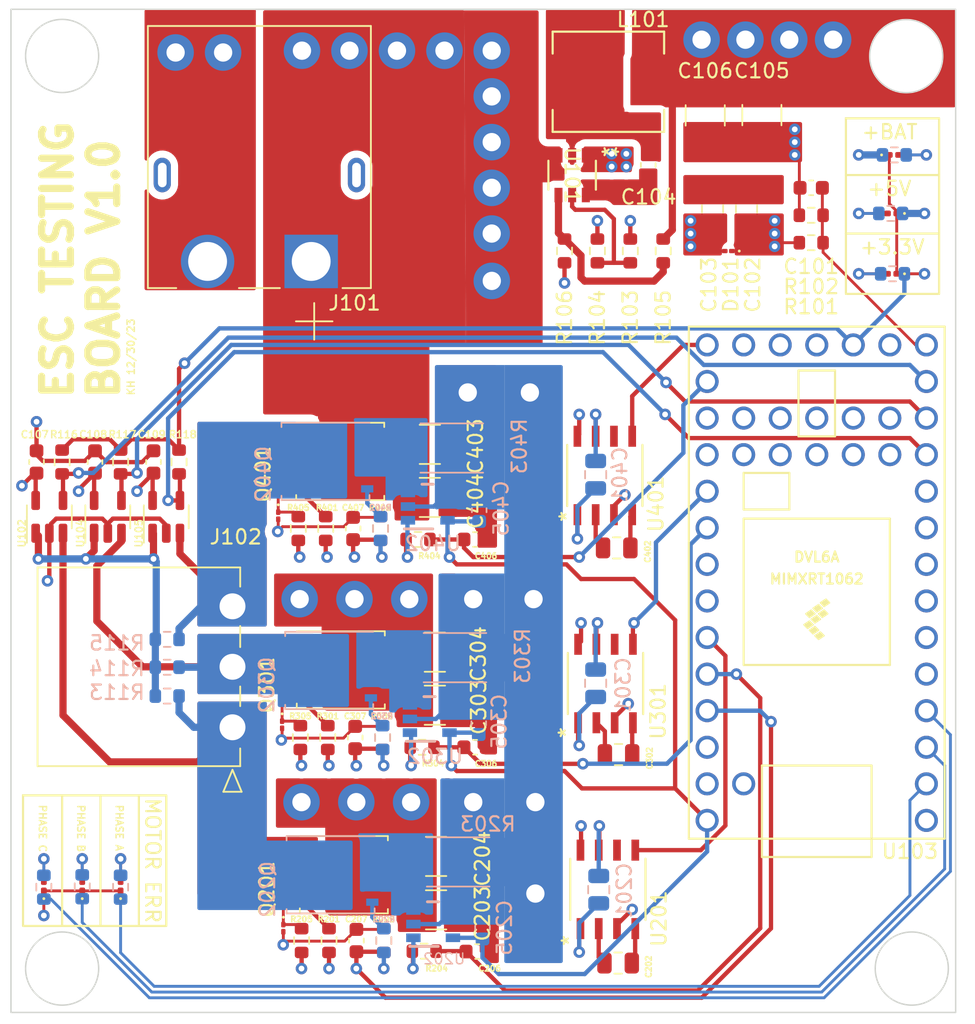
<source format=kicad_pcb>
(kicad_pcb (version 20221018) (generator pcbnew)
  (layers (0 "F.Cu" signal) (1 "In1.Cu" power "VCC") (2 "In2.Cu" power "GND") (31 "B.Cu" signal) (34 "B.Paste" user) (35 "F.Paste" user) (36 "B.SilkS" user "B.Silkscreen") (37 "F.SilkS" user "F.Silkscreen") (38 "B.Mask" user) (39 "F.Mask" user) (44 "Edge.Cuts" user))
  (net 0 "")
  (net 1 "GND")
  (net 2 "VCC_SENSE")
  (net 3 "VCC")
  (net 4 "Net-(C102-Pad2)")
  (net 5 "Net-(U101-SW)")
  (net 6 "Net-(U101-CB)")
  (net 7 "+5V")
  (net 8 "Net-(U201-HB)")
  (net 9 "Net-(U201-HS)")
  (net 10 "I_SENSE_A")
  (net 11 "V_SENSE_A")
  (net 12 "Net-(U301-HB)")
  (net 13 "Net-(U301-HS)")
  (net 14 "I_SENSE_B")
  (net 15 "V_SENSE_B")
  (net 16 "Net-(U401-HB)")
  (net 17 "Net-(U401-HS)")
  (net 18 "I_SENSE_C")
  (net 19 "V_SENSE_C")
  (net 20 "Net-(D102-A)")
  (net 21 "PHASE_A")
  (net 22 "PHASE_B")
  (net 23 "PHASE_C")
  (net 24 "Net-(U101-EN)")
  (net 25 "Net-(U101-FB)")
  (net 26 "+3.3V")
  (net 27 "Net-(U201-HO)")
  (net 28 "Net-(U201-LO)")
  (net 31 "Net-(U301-HO)")
  (net 32 "Net-(U301-LO)")
  (net 35 "Net-(U401-HO)")
  (net 36 "Net-(U401-LO)")
  (net 39 "PWM_A")
  (net 41 "PWM_B")
  (net 43 "PWM_C")
  (net 45 "Net-(D105-A)")
  (net 46 "Net-(D106-A)")
  (net 47 "Net-(D107-A)")
  (net 48 "Net-(Q201-G)")
  (net 49 "Net-(D103-A)")
  (net 50 "Net-(D104-A)")
  (net 51 "Net-(U202-IN+)")
  (net 52 "Net-(Q202-G)")
  (net 53 "Net-(Q301-G)")
  (net 54 "Net-(U302-IN+)")
  (net 55 "Net-(Q302-G)")
  (net 56 "Net-(Q401-G)")
  (net 57 "Net-(U402-IN+)")
  (net 58 "Net-(Q402-G)")
  (net 59 "I_ERROR_A")
  (net 60 "I_ERROR_B")
  (net 61 "I_ERROR_C")
  (net 62 "V_NEUTRAL")
  (net 63 "Net-(U202-OUT)")
  (net 64 "Net-(U302-OUT)")
  (net 65 "Net-(U402-OUT)")
  (net 82 "ZERO_A")
  (net 83 "ZERO_B")
  (net 84 "ZERO_C")
  (footprint "Package_TO_SOT_SMD:SOT-23-5" (layer "F.Cu") (at 51.675207 95.744544 90)
    (fp_text reference "U105")
    (fp_text value "TL331")
  )
  (footprint "Capacitor_SMD:C_1210_3225Metric" (layer "F.Cu") (at 70.430207 119.327544)
    (fp_text reference "C204")
    (fp_text value "22uF" hide)
  )
  (footprint "Resistor_SMD:R_0603_1608Metric" (layer "F.Cu") (at 69.602407 125.906144)
    (fp_text reference "R204")
    (fp_text value "1k" hide)
  )
  (footprint "Capacitor_SMD:C_0603_1608Metric" (layer "F.Cu") (at 96.501 72.896875)
    (fp_text reference "C101")
    (fp_text value "10nF" hide)
  )
  (footprint "Resistor_SMD:R_0603_1608Metric" (layer "F.Cu") (at 61.081207 125.169544 -90)
    (fp_text reference "R205")
    (fp_text value "4.7k" hide)
  )
  (footprint "Capacitor_SMD:C_0603_1608Metric" (layer "F.Cu") (at 73.286207 125.931544 180)
    (fp_text reference "C206")
    (fp_text value "1nF" hide)
  )
  (footprint "LED_SMD:LED_0201_0603Metric" (layer "F.Cu") (at 43.166207 121.398544 90)
    (fp_text reference "D107" hide)
    (fp_text value "LED")
  )
  (footprint "Resistor_SMD:R_0603_1608Metric" (layer "F.Cu") (at 52.564207 91.934544 -90)
    (fp_text reference "R118")
    (fp_text value "100")
  )
  (footprint "Capacitor_SMD:C_0603_1608Metric" (layer "F.Cu") (at 85.1726 71.3108 -90)
    (fp_text reference "C104")
    (fp_text value "0.1uF" hide)
  )
  (footprint "LED_SMD:LED_0201_0603Metric" (layer "F.Cu") (at 48.500207 121.398544 90)
    (fp_text reference "D105" hide)
    (fp_text value "LED")
  )
  (footprint "Capacitor_SMD:C_0805_2012Metric" (layer "F.Cu") (at 83.110207 112.254544)
    (fp_text reference "C302")
    (fp_text value "1uF" hide)
  )
  (footprint "Resistor_SMD:R_0603_1608Metric" (layer "F.Cu") (at 79.356 77.279 -90)
    (fp_text reference "R106")
    (fp_text value "13.7K" hide)
  )
  (footprint "Diode_SMD:D_01005_0402Metric" (layer "F.Cu") (at 59.811207 124.308294 -90)
    (fp_text reference "D201" hide)
    (fp_text value "TVS_0402" hide)
  )
  (footprint "Capacitor_SMD:C_1210_3225Metric" (layer "F.Cu") (at 89.135 67.867 -90)
    (fp_text reference "C106")
    (fp_text value "22uF" hide)
  )
  (footprint "Capacitor_SMD:C_1210_3225Metric" (layer "F.Cu") (at 70.344207 108.825544)
    (fp_text reference "C303")
    (fp_text value "22uF" hide)
  )
  (footprint "LED_SMD:LED_0201_0603Metric" (layer "F.Cu") (at 45.833207 121.398544 90)
    (fp_text reference "D106" hide)
    (fp_text value "LED")
  )
  (footprint "Resistor_SMD:R_0603_1608Metric" (layer "F.Cu") (at 62.757207 96.555544 90)
    (fp_text reference "R401")
    (fp_text value "100")
  )
  (footprint "Resistor_SMD:R_0603_1608Metric" (layer "F.Cu") (at 62.900207 111.072544 90)
    (fp_text reference "R301")
    (fp_text value "100")
  )
  (footprint "SRP6540-2R2M:IND_SRP6540-2R2M_BRN" (layer "F.Cu") (at 82.404 65.532 180)
    (fp_text reference "L101")
    (fp_text value "10uH")
  )
  (footprint "Resistor_SMD:R_0603_1608Metric" (layer "F.Cu") (at 60.852207 96.555544 -90)
    (fp_text reference "R405")
    (fp_text value "4.7k")
  )
  (footprint "Resistor_SMD:R_0603_1608Metric" (layer "F.Cu") (at 44.436207 91.934544 -90)
    (fp_text reference "R116")
    (fp_text value "100")
  )
  (footprint "Capacitor_SMD:C_1210_3225Metric" (layer "F.Cu") (at 69.996207 94.396544)
    (fp_text reference "C404")
    (fp_text value "22uF")
  )
  (footprint "Capacitor_SMD:C_0603_1608Metric" (layer "F.Cu") (at 64.891207 125.169544 -90)
    (fp_text reference "C207")
    (fp_text value "10nF" hide)
  )
  (footprint "Resistor_SMD:R_0603_1608Metric" (layer "F.Cu") (at 66.796207 125.169544 90)
    (fp_text reference "R206")
    (fp_text value "1k" hide)
  )
  (footprint "Diode_SMD:D_01005_0402Metric" (layer "F.Cu") (at 90.7396 77.2872 180)
    (fp_text reference "D101")
    (fp_text value "TVS_0402" hide)
  )
  (footprint "Diode_SMD:D_01005_0402Metric" (layer "F.Cu") (at 59.455207 95.666544 -90)
    (fp_text reference "D401" hide)
    (fp_text value "TVS_0402")
  )
  (footprint "Resistor_SMD:R_0603_1608Metric" (layer "F.Cu") (at 62.986207 125.169544 90)
    (fp_text reference "R201")
    (fp_text value "100" hide)
  )
  (footprint "Resistor_SMD:R_0603_1608Metric" (layer "F.Cu") (at 81.642 77.279 90)
    (fp_text reference "R104")
    (fp_text value "11.3k" hide)
  )
  (footprint "Resistor_SMD:R_0603_1608Metric" (layer "F.Cu") (at 83.928 77.279 -90)
    (fp_text reference "R103")
    (fp_text value "110k" hide)
  )
  (footprint "Resistor_SMD:R_0603_1608Metric" (layer "F.Cu") (at 86.214 77.279 -90)
    (fp_text reference "R105")
    (fp_text value "100K" hide)
  )
  (footprint "Capacitor_SMD:C_0805_2012Metric" (layer "F.Cu") (at 83.081207 126.732544)
    (fp_text reference "C202")
    (fp_text value "1uF" hide)
  )
  (footprint "Capacitor_SMD:C_1210_3225Metric" (layer "F.Cu") (at 70.344207 105.142544)
    (fp_text reference "C304")
    (fp_text value "22uF" hide)
  )
  (footprint "Resistor_SMD:R_0603_1608Metric" (layer "F.Cu") (at 96.501 74.803 180)
    (fp_text reference "R102")
    (fp_text value "1k" hide)
  )
  (footprint "MIC4605:SOIC-8_M_MCH" (layer "F.Cu") (at 82.155207 92.872544 90)
    (fp_text reference "U401")
    (fp_text value "MIC4605-2YM-TR")
  )
  (footprint "Capacitor_SMD:C_0805_2012Metric" (layer "F.Cu") (at 89.643 74.356 -90)
    (fp_text reference "C103")
    (fp_text value "4.7uF" hide)
  )
  (footprint "Capacitor_SMD:C_0603_1608Metric" (layer "F.Cu") (at 42.658207 91.934544 90)
    (fp_text reference "C107")
    (fp_text value "0.1uF")
  )
  (footprint "Resistor_SMD:R_0603_1608Metric" (layer "F.Cu") (at 69.171207 97.317544)
    (fp_text reference "R404")
    (fp_text value "1k")
  )
  (footprint "Capacitor_SMD:C_0805_2012Metric" (layer "F.Cu") (at 82.983207 97.903544)
    (fp_text reference "C402")
    (fp_text value "1uF")
  )
  (footprint "Capacitor_SMD:C_0603_1608Metric" (layer "F.Cu") (at 73.138207 97.317544 180)
    (fp_text reference "C406")
    (fp_text value "1nF")
  )
  (footprint "Resistor_SMD:R_0603_1608Metric" (layer "F.Cu") (at 69.455207 111.746544)
    (fp_text reference "R304")
    (fp_text value "1k" hide)
  )
  (footprint "Package_TO_SOT_SMD:TDSON-8-1" (layer "F.Cu") (at 63.805207 106.373544)
    (fp_text reference "Q301")
    (fp_text value "BSC340N08NS3G")
  )
  (footprint "Capacitor_SMD:C_0603_1608Metric" (layer "F.Cu") (at 64.805207 111.072544 -90)
    (fp_text reference "C307")
    (fp_text value "10nF" hide)
  )
  (footprint "Resistor_SMD:R_0603_1608Metric" (layer "F.Cu") (at 60.995207 111.072544 -90)
    (fp_text reference "R305")
    (fp_text value "4.7k" hide)
  )
  (footprint "LED_SMD:LED_0201_0603Metric" (layer "F.Cu") (at 102.125 78.867 180)
    (fp_text reference "D104" hide)
    (fp_text value "LED" hide)
  )
  (footprint "LMR51420XDDCR:SOT23_DDC_TEX" (layer "F.Cu") (at 79.884995 72.021463 -90)
    (fp_text reference "U101")
    (fp_text value "LMR51420XDDCR")
  )
  (footprint "Capacitor_SMD:C_0603_1608Metric" (layer "F.Cu") (at 46.722207 91.934544 90)
    (fp_text reference "C108")
    (fp_text value "0.1uF")
  )
  (footprint "Package_TO_SOT_SMD:TDSON-8-1" (layer "F.Cu") (at 63.764207 91.895544)
    (fp_text reference "Q401")
    (fp_text value "BSC340N08NS3G")
  )
  (footprint "xt60_pw:AMASS_XT60PW-M" (layer "F.Cu") (at 58.147 72.009)
    (fp_text reference "J101")
    (fp_text value "XT60PW-M" hide)
  )
  (footprint "Resistor_SMD:R_0603_1608Metric" (layer "F.Cu") (at 66.710207 111.072544 90)
    (fp_text reference "R306")
    (fp_text value "1k" hide)
  )
  (footprint "Package_TO_SOT_SMD:SOT-23-5" (layer "F.Cu") (at 47.611207 95.744544 90)
    (fp_text reference "U104")
    (fp_text value "TL331")
  )
  (footprint "MIC4605:SOIC-8_M_MCH" (layer "F.Cu") (at 82.368207 121.614444 90)
    (fp_text reference "U201")
    (fp_text value "MIC4605-2YM-TR" hide)
  )
  (footprint "teensy.pretty-master:Teensy40" (layer "F.Cu") (at 96.887207 100.316544 90)
    (fp_text reference "U103")
    (fp_text value "Teensy4.0")
  )
  (footprint "Capacitor_SMD:C_0603_1608Metric" (layer "F.Cu") (at 73.138207 111.746544 180)
    (fp_text reference "C306")
    (fp_text value "1nF" hide)
  )
  (footprint "Resistor_SMD:R_0603_1608Metric" (layer "F.Cu") (at 48.500207 91.934544 -90)
    (fp_text reference "R117")
    (fp_text value "100")
  )
  (footprint "Package_TO_SOT_SMD:SOT-23-5" (layer "F.Cu") (at 43.547207 95.744544 90)
    (fp_text reference "U102")
    (fp_text value "TL331")
  )
  (footprint "Capacitor_SMD:C_1210_3225Metric" (layer "F.Cu") (at 70.428407 123.035944)
    (fp_text reference "C203")
    (fp_text value "22uF" hide)
  )
  (footprint "Resistor_SMD:R_0603_1608Metric" (layer "F.Cu") (at 66.567207 96.555544 90)
    (fp_text reference "R406")
    (fp_text value "1k")
  )
  (footprint "Diode_SMD:D_01005_0402Metric" (layer "F.Cu") (at 59.725207 110.183544 -90)
    (fp_text reference "D301" hide)
    (fp_text value "TVS_0402")
  )
  (footprint "Resistor_SMD:R_0603_1608Metric" (layer "F.Cu") (at 96.501 76.708)
    (fp_text reference "R101")
    (fp_text value "4.7k" hide)
  )
  (footprint "Capacitor_SMD:C_1210_3225Metric" (layer "F.Cu") (at 69.996207 90.713544)
    (fp_text reference "C403")
    (fp_text value "22uF")
  )
  (footprint "LED_SMD:LED_0201_0603Metric" (layer "F.Cu") (at 102.252 70.612)
    (fp_text reference "D102" hide)
    (fp_text value "LED" hide)
  )
  (footprint "LED_SMD:LED_0201_0603Metric" (layer "F.Cu") (at 102.125 74.676 180)
    (fp_text reference "D103" hide)
    (fp_text value "LED" hide)
  )
  (footprint "molex_motor_conn:CON_39303037" (layer "F.Cu") (at 56.27772 110.358543 -90)
    (fp_text reference "J102")
    (fp_text value "39303037" hide)
  )
  (footprint "Capacitor_SMD:C_0805_2012Metric" (layer "F.Cu") (at 92.0052 74.356 90)
    (fp_text reference "C102")
    (fp_text value "4.7uF" hide)
  )
  (footprint "Capacitor_SMD:C_0603_1608Metric" (layer "F.Cu") (at 64.662207 96.555544 -90)
    (fp_text reference "C407")
    (fp_text value "10nF")
  )
  (footprint "Package_TO_SOT_SMD:TDSON-8-1" (layer "F.Cu") (at 64.018207 120.597544)
    (fp_text reference "Q201")
    (fp_text value "BSC340N08NS3G")
  )
  (footprint "Capacitor_SMD:C_0603_1608Metric" (layer "F.Cu") (at 50.786207 91.934544 90)
    (fp_text reference "C109")
    (fp_text value "0.1uF")
  )
  (footprint "MIC4605:SOIC-8_M_MCH" (layer "F.Cu") (at 82.204207 107.319694 90)
    (fp_text reference "U301")
    (fp_text value "MIC4605-2YM-TR" hide)
  )
  (footprint "Capacitor_SMD:C_1210_3225Metric" (layer "F.Cu") (at 93.072 67.845686 -90)
    (fp_text reference "C105")
    (fp_text value "22uF" hide)
  )
  (footprint "Package_TO_SOT_SMD:TDSON-8-1" (layer "B.Cu") (at 62.741207 91.895544 180)
    (fp_text reference "Q402")
    (fp_text value "BSC340N08NS3G")
  )
  (footprint "Resistor_SMD:R_2512_6332Metric" (layer "B.Cu") (at 71.961707 119.708544)
    (fp_text reference "R203")
    (fp_text value "2m" hide)
  )
  (footprint "Capacitor_SMD:C_0805_2012Metric" (layer "B.Cu") (at 81.733207 121.633494 90)
    (fp_text reference "C201")
    (fp_text value "1uF" hide)
  )
  (footprint "Resistor_SMD:R_0603_1608Metric" (layer "B.Cu") (at 66.567207 96.555544 90)
    (fp_text reference "R402")
    (fp_text value "100")
  )
  (footprint "Resistor_SMD:R_0603_1608Metric" (layer "B.Cu") (at 48.500207 121.461544 90)
    (fp_text reference "R110" hide)
    (fp_text value "100" hide)
  )
  (footprint "INA180A3:DBV0005A_N" (layer "B.Cu") (at 69.847208 95.031544)
    (fp_text reference "U402")
    (fp_text value "INA180A3IDBVR")
  )
  (footprint "Resistor_SMD:R_0603_1608Metric" (layer "B.Cu") (at 66.710207 111.072544 90)
    (fp_text reference "R302")
    (fp_text value "100")
  )
  (footprint "Resistor_SMD:R_0603_1608Metric" (layer "B.Cu") (at 43.166207 121.461544 90)
    (fp_text reference "R112" hide)
    (fp_text value "100")
  )
  (footprint "Resistor_SMD:R_0603_1608Metric" (layer "B.Cu") (at 51.739207 104.252794 180)
    (fp_text reference "R115")
    (fp_text value "10k")
  )
  (footprint "INA180A3:DBV0005A_N" (layer "B.Cu") (at 69.985208 109.780543)
    (fp_text reference "U302")
    (fp_text value "INA180A3IDBVR" hide)
  )
  (footprint "Capacitor_SMD:C_0603_1608Metric" (layer "B.Cu") (at 73.425207 95.285544 -90)
    (fp_text reference "C405")
    (fp_text value "0.1uF")
  )
  (footprint "Capacitor_SMD:C_0603_1608Metric" (layer "B.Cu") (at 73.654207 124.280544 -90)
    (fp_text reference "C205")
    (fp_text value "0.1uF" hide)
  )
  (footprint "Capacitor_SMD:C_0805_2012Metric" (layer "B.Cu") (at 81.520207 92.815394 90)
    (fp_text reference "C401")
    (fp_text value "1uF")
  )
  (footprint "Capacitor_SMD:C_0805_2012Metric" (layer "B.Cu") (at 81.520207 107.301544 90)
    (fp_text reference "C301")
    (fp_text value "1uF" hide)
  )
  (footprint "Resistor_SMD:R_0603_1608Metric" (layer "B.Cu") (at 102.026 74.676 180)
    (fp_text reference "R108" hide)
    (fp_text value "100" hide)
  )
  (footprint "Resistor_SMD:R_0603_1608Metric" (layer "B.Cu") (at 102.153 78.867 180)
    (fp_text reference "R109" hide)
    (fp_text value "100" hide)
  )
  (footprint "Package_TO_SOT_SMD:TDSON-8-1" (layer "B.Cu") (at 62.999207 106.412544 180)
    (fp_text reference "Q302")
    (fp_text value "BSC340N08NS3G")
  )
  (footprint "Resistor_SMD:R_0603_1608Metric" (layer "B.Cu") (at 66.796207 125.169544 90)
    (fp_text reference "R202")
    (fp_text value "100" hide)
  )
  (footprint "Resistor_SMD:R_0603_1608Metric" (layer "B.Cu") (at 102.28 70.612)
    (fp_text reference "R107" hide)
    (fp_text value "1k" hide)
  )
  (footprint "Resistor_SMD:R_0603_1608Metric" (layer "B.Cu") (at 45.833207 121.434544 90)
    (fp_text reference "R111" hide)
    (fp_text value "100")
  )
  (footprint "Resistor_SMD:R_0603_1608Metric" (layer "B.Cu") (at 51.739207 108.189794 180)
    (fp_text reference "R113")
    (fp_text value "10k")
  )
  (footprint "Resistor_SMD:R_2512_6332Metric" (layer "B.Cu") (at 71.520207 90.967544)
    (fp_text reference "R403")
    (fp_text value "2m")
  )
  (footprint "Resistor_SMD:R_2512_6332Metric" (layer "B.Cu") (at 71.741207 105.523544)
    (fp_text reference "R303")
    (fp_text value "2m" hide)
  )
  (footprint "Resistor_SMD:R_0603_1608Metric" (layer "B.Cu") (at 51.739207 106.187794 180)
    (fp_text reference "R114")
    (fp_text value "10k")
  )
  (footprint "INA180A3:DBV0005A_N" (layer "B.Cu") (at 70.225207 124.026544)
    (fp_text reference "U202")
    (fp_text value "INA180A3IDBVR" hide)
  )
  (footprint "Capacitor_SMD:C_0603_1608Metric" (layer "B.Cu") (at 73.392207 110.082544 -90)
    (fp_text reference "C305")
    (fp_text value "0.1uF" hide)
  )
  (footprint "Package_TO_SOT_SMD:TDSON-8-1" (layer "B.Cu") (at 63.097207 120.599344 180)
    (fp_text reference "Q202")
    (fp_text value "BSC340N08NS3G")
  )
  (gr_line (start 44.436207 115.137444) (end 44.436207 124.065544) (stroke (width 0.15)) (layer "F.SilkS"))
  (gr_rect (start 98.914 68.072) (end 105.391 80.264) (stroke (width 0.15)) (fill none) (layer "F.SilkS"))
  (gr_rect (start 41.718407 115.086644) (end 51.675207 124.154444) (stroke (width 0.15)) (fill none) (layer "F.SilkS"))
  (gr_line (start 47.103207 115.175544) (end 47.103207 124.103644) (stroke (width 0.15)) (layer "F.SilkS"))
  (gr_line (start 49.770207 115.156494) (end 49.770207 124.084594) (stroke (width 0.15)) (layer "F.SilkS"))
  (gr_line (start 98.914 76.073) (end 105.391 76.073) (stroke (width 0.15)) (layer "F.SilkS"))
  (gr_line (start 98.914 72.009) (end 105.391 72.009) (stroke (width 0.15)) (layer "F.SilkS"))
  (gr_circle (center 44.436207 127.113544) (end 41.896207 127.113544) (stroke (width 0.1)) (fill none) (layer "Edge.Cuts"))
  (gr_circle (center 44.436207 63.740544) (end 41.896207 63.740544) (stroke (width 0.1)) (fill none) (layer "Edge.Cuts"))
  (gr_circle (center 103.491207 127.113544) (end 100.951207 127.113544) (stroke (width 0.1)) (fill none) (layer "Edge.Cuts"))
  (gr_circle (center 103.105 63.754) (end 100.565 63.754) (stroke (width 0.1)) (fill none) (layer "Edge.Cuts"))
  (gr_rect (start 40.880207 60.502044) (end 106.539207 130.161544) (stroke (width 0.1)) (fill none) (layer "Edge.Cuts"))
  (gr_text "PHASE B" (at 45.452207 115.683544 270) (layer "F.SilkS") (effects (font (size 0.5 0.5) (thickness 0.1) bold) (justify left bottom)))
  (gr_text "+BAT" (at 99.93 69.596) (layer "F.SilkS") (effects (font (size 1 1)) (justify left bottom)))
  (gr_text "+3.3V" (at 99.803 77.597) (layer "F.SilkS") (effects (font (size 1 1)) (justify left bottom)))
  (gr_text "KH 12/30/23" (at 49.516207 87.362544 90) (layer "F.SilkS") (effects (font (size 0.5 0.5) (thickness 0.1) bold) (justify left bottom)))
  (gr_text "+5V" (at 100.311 73.533) (layer "F.SilkS") (effects (font (size 1 1)) (justify left bottom)))
  (gr_text "PHASE A" (at 48.119207 115.683544 270) (layer "F.SilkS") (effects (font (size 0.5 0.5) (thickness 0.1) bold) (justify left bottom)))
  (gr_text "MOTOR ERR" (at 50.151207 115.175544 270) (layer "F.SilkS") (effects (font (size 1 1)) (justify left bottom)))
  (gr_text "ESC TESTING \nBOARD V1.0" (at 48.500207 87.743544 90) (layer "F.SilkS") (effects (font (size 2 2) (thickness 0.5) bold) (justify left bottom)))
  (gr_text "PHASE C" (at 42.785207 115.683544 270) (layer "F.SilkS") (effects (font (size 0.5 0.5) (thickness 0.1) bold) (justify left bottom)))
  (segment (start 81.569207 103.188544) (end 81.647207 103.110544) (width 0.3) (layer "F.Cu") (net 1))
  (segment (start 60.057207 125.208544) (end 64.077207 125.208544) (width 0.2) (layer "F.Cu") (net 1))
  (segment (start 59.455207 96.727544) (end 59.422207 96.760544) (width 0.2) (layer "F.Cu") (net 1))
  (segment (start 59.422207 96.760544) (end 59.752207 96.430544) (width 0.2) (layer "F.Cu") (net 1))
  (segment (start 104.375 78.867) (end 102.445 78.867) (width 0.2) (layer "F.Cu") (net 1))
  (segment (start 59.455207 95.916544) (end 59.455207 96.727544) (width 0.2) (layer "F.Cu") (net 1))
  (segment (start 95.676 70.93) (end 95.358 70.612) (width 0.2) (layer "F.Cu") (net 1))
  (segment (start 42.658207 91.159544) (end 42.658207 89.140544) (width 0.3) (layer "F.Cu") (net 1))
  (segment (start 47.228207 95.869544) (end 47.611207 96.252544) (width 0.3) (layer "F.Cu") (net 1))
  (segment (start 102.445 74.676) (end 102.445 78.867) (width 0.2) (layer "F.Cu") (net 1))
  (segment (start 43.166207 121.718544) (end 45.833207 121.718544) (width 0.2) (layer "F.Cu") (net 1))
  (segment (start 47.611207 96.219545) (end 47.961208 95.869544) (width 0.3) (layer "F.Cu") (net 1))
  (segment (start 63.991207 111.111544) (end 64.805207 110.297544) (width 0.2) (layer "F.Cu") (net 1))
  (segment (start 59.752207 96.430544) (end 64.012207 96.430544) (width 0.2) (layer "F.Cu") (net 1))
  (segment (start 51.211207 95.869544) (end 51.675207 96.333544) (width 0.3) (layer "F.Cu") (net 1))
  (segment (start 79.356 78.105) (end 79.356 79.502) (width 0.3) (layer "F.Cu") (net 1))
  (segment (start 43.166207 121.718544) (end 43.166207 123.430544) (width 0.2) (layer "F.Cu") (net 1))
  (segment (start 43.547207 100.062544) (end 43.420207 100.189544) (width 0.3) (layer "F.Cu") (net 1))
  (segment (start 59.803207 125.462544) (end 60.057207 125.208544) (width 0.2) (layer "F.Cu") (net 1))
  (segment (start 90.4896 77.2872) (end 90.2222 77.2872) (width 0.2) (layer "F.Cu") (net 1))
  (segment (start 42.658207 91.426544) (end 43.091207 91.859544) (width 0.3) (layer "F.Cu") (net 1))
  (segment (start 102.445 74.517544) (end 102.445 74.676) (width 0.2) (layer "F.Cu") (net 1))
  (segment (start 81.520207 88.632544) (end 81.520207 90.148394) (width 0.3) (layer "F.Cu") (net 1))
  (segment (start 64.012207 96.430544) (end 64.662207 95.780544) (width 0.2) (layer "F.Cu") (net 1))
  (segment (start 81.774207 118.849294) (end 81.733207 118.890294) (width 0.3) (layer "F.Cu") (net 1))
  (segment (start 90.2222 77.2872) (end 90.024 77.089) (width 0.2) (layer "F.Cu") (net 1))
  (segment (start 64.891207 124.394544) (end 66.746207 124.394544) (width 0.2) (layer "F.Cu") (net 1))
  (segment (start 81.774207 117.207544) (end 81.774207 118.849294) (width 0.3) (layer "F.Cu") (net 1))
  (segment (start 43.091207 91.859544) (end 46.022207 91.859544) (width 0.3) (layer "F.Cu") (net 1))
  (segment (start 59.676207 111.238544) (end 59.803207 111.111544) (width 0.2) (layer "F.Cu") (net 1))
  (segment (start 81.642 75.184) (end 81.642 76.454) (width 0.3) (layer "F.Cu") (net 1))
  (segment (start 49.999207 91.946544) (end 50.786207 91.159544) (width 0.3) (layer "F.Cu") (net 1))
  (segment (start 79.356 78.104) (end 79.356 78.105) (width 0.3) (layer "F.Cu") (net 1))
  (segment (start 66.746207 124.394544) (end 66.796207 124.344544) (width 0.2) (layer "F.Cu") (net 1))
  (segment (start 42.658207 91.159544) (end 42.658207 91.426544) (width 0.3) (layer "F.Cu") (net 1))
  (segment (start 45.833207 121.718544) (end 48.500207 121.718544) (width 0.2) (layer "F.Cu") (net 1))
  (segment (start 47.509207 91.946544) (end 49.999207 91.946544) (width 0.3) (layer "F.Cu") (net 1))
  (segment (start 46.722207 91.159544) (end 47.509207 91.946544) (width 0.3) (layer "F.Cu") (net 1))
  (segment (start 66.517207 95.780544) (end 66.567207 95.730544) (width 0.2) (layer "F.Cu") (net 1))
  (segment (start 51.675207 96.333544) (end 51.675207 96.882044) (width 0.3) (layer "F.Cu") (net 1))
  (segment (start 64.805207 110.297544) (end 66.660207 110.297544) (width 0.2) (layer "F.Cu") (net 1))
  (segment (start 101.932 70.612) (end 101.932 74.004544) (width 0.2) (layer "F.Cu") (net 1))
  (segment (start 43.547207 96.882044) (end 43.547207 100.062544) (width 0.3) (layer "F.Cu") (net 1))
  (segment (start 43.674207 96.882044) (end 43.674207 96.219545) (width 0.3) (layer "F.Cu") (net 1))
  (segment (start 64.662207 95.780544) (end 66.517207 95.780544) (width 0.2) (layer "F.Cu") (net 1))
  (segment (start 47.611207 96.882044) (end 47.611207 96.219545) (width 0.3) (layer "F.Cu") (net 1))
  (segment (start 46.022207 91.859544) (end 46.722207 91.159544) (width 0.3) (layer "F.Cu") (net 1))
  (segment (start 59.803207 111.111544) (end 63.991207 111.111544) (width 0.2) (layer "F.Cu") (net 1))
  (segment (start 81.569207 104.595544) (end 81.569207 103.188544) (width 0.3) (layer "F.Cu") (net 1))
  (segment (start 59.725207 110.433544) (end 59.725207 111.189544) (width 0.2) (layer "F.Cu") (net 1))
  (segment (start 47.611207 96.252544) (end 47.611207 96.882044) (width 0.3) (layer "F.Cu") (net 1))
  (segment (start 59.811207 124.558294) (end 59.811207 125.454544) (width 0.2) (layer "F.Cu") (net 1))
  (segment (start 43.674207 96.219545) (end 44.024208 95.869544) (width 0.3) (layer "F.Cu") (net 1))
  (segment (start 95.676 74.803) (end 95.676 70.93) (width 0.2) (layer "F.Cu") (net 1))
  (segment (start 44.024208 95.869544) (end 47.228207 95.869544) (width 0.3) (layer "F.Cu") (net 1))
  (segment (start 59.725207 111.189544) (end 59.676207 111.238544) (width 0.2) (layer "F.Cu") (net 1))
  (segment (start 66.660207 110.297544) (end 66.710207 110.247544) (width 0.2) (layer "F.Cu") (net 1))
  (segment (start 59.811207 125.454544) (end 59.803207 125.462544) (width 0.2) (layer "F.Cu") (net 1))
  (segment (start 101.932 74.004544) (end 102.445 74.517544) (width 0.2) (layer "F.Cu") (net 1))
  (segment (start 64.077207 125.208544) (end 64.891207 124.394544) (width 0.2) (layer "F.Cu") (net 1))
  (segment (start 47.961208 95.869544) (end 51.211207 95.869544) (width 0.3) (layer "F.Cu") (net 1))
  (via (at 77.202207 101.459044) (size 2.54) (drill 1.27) (layers "F.Cu" "B.Cu") (net 1))
  (via (at 79.356 79.502) (size 0.8) (drill 0.4) (layers "F.Cu" "B.Cu") (net 1))
  (via (at 104.375 78.867) (size 0.8) (drill 0.4) (layers "F.Cu" "B.Cu") (net 1))
  (via (at 73.011207 115.556544) (size 2.54) (drill 1.27) (layers "F.Cu" "B.Cu") (net 1))
  (via (at 59.803207 125.462544) (size 0.8) (drill 0.4) (layers "F.Cu" "B.Cu") (net 1))
  (via (at 81.642 75.184) (size 0.8) (drill 0.4) (layers "F.Cu" "B.Cu") (net 1))
  (via (at 95.358 68.834) (size 0.8) (drill 0.4) (layers "F.Cu" "B.Cu") (net 1))
  (via (at 43.420207 100.189544) (size 0.8) (drill 0.4) (layers "F.Cu" "B.Cu") (net 1))
  (via (at 59.422207 96.760544) (size 0.8) (drill 0.4) (layers "F.Cu" "B.Cu") (net 1))
  (via (at 81.520207 88.632544) (size 0.8) (drill 0.4) (layers "F.Cu" "B.Cu") (net 1))
  (via (at 59.676207 111.238544) (size 0.8) (drill 0.4) (layers "F.Cu" "B.Cu") (net 1))
  (via (at 55.626 63.5) (size 2.54) (drill 1.27) (layers "F.Cu" "B.Cu") (net 1))
  (via (at 81.647207 103.110544) (size 0.8) (drill 0.4) (layers "F.Cu" "B.Cu") (net 1))
  (via (at 76.948207 87.108544) (size 2.54) (drill 1.27) (layers "F.Cu" "B.Cu") (net 1))
  (via (at 83.6486 70.5358) (size 0.8) (drill 0.4) (layers "F.Cu" "B.Cu") (net 1))
  (via (at 88.119 76.073) (size 0.8) (drill 0.4) (layers "F.Cu" "B.Cu") (net 1))
  (via (at 73.011207 101.459544) (size 2.54) (drill 1.27) (layers "F.Cu" "B.Cu") (net 1))
  (via (at 82.6326 71.4248) (size 0.8) (drill 0.4) (layers "F.Cu" "B.Cu") (net 1))
  (via (at 88.119 75.184) (size 0.8) (drill 0.4) (layers "F.Cu" "B.Cu") (net 1))
  (via (at 83.6486 71.4248) (size 0.8) (drill 0.4) (layers "F.Cu" "B.Cu") (net 1))
  (via (at 95.358 69.723) (size 0.8) (drill 0.4) (layers "F.Cu" "B.Cu") (net 1))
  (via (at 72.630207 87.108544) (size 2.54) (drill 1.27) (layers "F.Cu" "B.Cu") (net 1))
  (via (at 42.658207 89.140544) (size 0.8) (drill 0.4) (layers "F.Cu" "B.Cu") (net 1))
  (via (at 43.166207 123.430544) (size 0.8) (drill 0.4) (layers "F.Cu" "B.Cu") (net 1))
  (via (at 77.329207 121.906544) (size 2.54) (drill 1.27) (layers "F.Cu" "B.Cu") (net 1))
  (via (at 81.774207 117.207544) (size 0.8) (drill 0.4) (layers "F.Cu" "B.Cu") (net 1))
  (via (at 95.358 70.612) (size 0.8) (drill 0.4) (layers "F.Cu" "B.Cu") (net 1))
  (via (at 88.119 76.962) (size 0.8) (drill 0.4) (layers "F.Cu" "B.Cu") (net 1))
  (via (at 77.329207 115.556544) (size 2.54) (drill 1.27) (layers "F.Cu" "B.Cu") (net 1))
  (via (at 82.6326 70.5358) (size 0.8) (drill 0.4) (layers "F.Cu" "B.Cu") (net 1))
  (via (at 52.324 63.5) (size 2.54) (drill 1.27) (layers "F.Cu" "B.Cu") (net 1))
  (segment (start 68.610207 109.780543) (end 70.410209 109.780543) (width 0.3) (layer "B.Cu") (net 1))
  (segment (start 68.472207 95.031544) (end 70.272209 95.031544) (width 0.3) (layer "B.Cu") (net 1))
  (segment (start 81.733207 117.248544) (end 81.774207 117.207544) (width 0.3) (layer "B.Cu") (net 1))
  (segment (start 68.850206 124.026544) (end 70.650208 124.026544) (width 0.3) (layer "B.Cu") (net 1))
  (segment (start 70.650208 124.026544) (end 71.600206 123.076546) (width 0.3) (layer "B.Cu") (net 1))
  (segment (start 81.520207 103.237544) (end 81.520207 106.351544) (width 0.3) (layer "B.Cu") (net 1))
  (segment (start 81.647207 103.110544) (end 81.520207 103.237544) (width 0.3) (layer "B.Cu") (net 1))
  (segment (start 70.410209 109.780543) (end 71.360207 108.830545) (width 0.3) (layer "B.Cu") (net 1))
  (segment (start 81.733207 120.683494) (end 81.733207 117.248544) (width 0.3) (layer "B.Cu") (net 1))
  (segment (start 81.520207 91.865394) (end 81.520207 88.632544) (width 0.3) (layer "B.Cu") (net 1))
  (segment (start 70.272209 95.031544) (end 71.222207 94.081546) (width 0.3) (layer "B.Cu") (net 1))
  (segment (start 97.276 76.658) (end 97.326 76.708) (width 0.2) (layer "F.Cu") (net 2))
  (segment (start 97.276 72.896875) (end 97.276 76.658) (width 0.2) (layer "F.Cu") (net 2))
  (segment (start 97.326 77.37995) (end 103.752594 83.806544) (width 0.2) (layer "F.Cu") (net 2))
  (segment (start 97.326 76.708) (end 97.326 77.37995) (width 0.2) (layer "F.Cu") (net 2))
  (segment (start 103.752594 83.806544) (end 104.507207 83.806544) (width 0.2) (layer "F.Cu") (net 2))
  (segment (start 42.597207 94.607044) (end 42.597207 92.770544) (width 0.3) (layer "F.Cu") (net 3))
  (segment (start 46.661207 92.770544) (end 46.722207 92.709544) (width 0.3) (layer "F.Cu") (net 3))
  (segment (start 90.9896 77.2872) (end 91.3498 77.2872) (width 0.2) (layer "F.Cu") (net 3))
  (segment (start 91.3498 77.2872) (end 91.548 77.089) (width 0.2) (layer "F.Cu") (net 3))
  (segment (start 80.299207 111.541544) (end 80.377207 111.619544) (width 0.3) (layer "F.Cu") (net 3))
  (segment (start 45.579207 93.852544) (end 46.722207 92.709544) (width 0.3) (layer "F.Cu") (net 3))
  (segment (start 45.579207 93.966544) (end 45.579207 93.852544) (width 0.3) (layer "F.Cu") (net 3))
  (segment (start 94.215 76.708) (end 95.676 76.708) (width 0.2) (layer "F.Cu") (net 3))
  (segment (start 50.725207 92.770544) (end 50.786207 92.709544) (width 0.3) (layer "F.Cu") (net 3))
  (segment (start 42.658207 92.709544) (end 42.518207 92.709544) (width 0.5) (layer "F.Cu") (net 3))
  (segment (start 83.928 75.184) (end 83.928 76.454) (width 0.3) (layer "F.Cu") (net 3))
  (segment (start 49.643207 93.852544) (end 50.786207 92.709544) (width 0.3) (layer "F.Cu") (net 3))
  (segment (start 80.377207 124.424594) (end 80.463207 124.338594) (width 0.3) (layer "F.Cu") (net 3))
  (segment (start 50.725207 94.607044) (end 50.725207 92.770544) (width 0.3) (layer "F.Cu") (net 3))
  (segment (start 80.250207 95.596694) (end 80.250207 97.268544) (width 0.3) (layer "F.Cu") (net 3))
  (segment (start 93.961 76.962) (end 94.215 76.708) (width 0.2) (layer "F.Cu") (net 3))
  (segment (start 42.518207 92.709544) (end 41.642207 93.585544) (width 0.3) (layer "F.Cu") (net 3))
  (segment (start 80.377207 125.970544) (end 80.377207 124.424594) (width 0.3) (layer "F.Cu") (net 3))
  (segment (start 80.299207 110.043844) (end 80.299207 111.541544) (width 0.3) (layer "F.Cu") (net 3))
  (segment (start 46.661207 94.607044) (end 46.661207 92.770544) (width 0.3) (layer "F.Cu") (net 3))
  (segment (start 49.643207 93.966544) (end 49.643207 93.852544) (width 0.3) (layer "F.Cu") (net 3))
  (segment (start 42.597207 92.770544) (end 42.658207 92.709544) (width 0.3) (layer "F.Cu") (net 3))
  (via (at 80.377207 111.619544) (size 0.8) (drill 0.4) (layers "F.Cu" "B.Cu") (net 3))
  (via (at 71.012 63.373) (size 2.54) (drill 1.27) (layers "F.Cu" "B.Cu") (net 3))
  (via (at 80.377207 125.970544) (size 0.8) (drill 0.4) (layers "F.Cu" "B.Cu") (net 3))
  (via (at 74.295 76.073) (size 2.54) (drill 1.27) (layers "F.Cu" "B.Cu") (net 3))
  (via (at 68.566207 101.459544) (size 2.54) (drill 1.27) (layers "F.Cu" "B.Cu") (net 3))
  (via (at 74.300207 79.361544) (size 2.54) (drill 1.27) (layers "F.Cu" "B.Cu") (net 3))
  (via (at 41.642207 93.585544) (size 0.8) (drill 0.4) (layers "F.Cu" "B.Cu") (net 3))
  (via (at 68.693207 115.556544) (size 2.54) (drill 1.27) (layers "F.Cu" "B.Cu") (net 3))
  (via (at 83.928 75.184) (size 0.8) (drill 0.4) (layers "F.Cu" "B.Cu") (net 3))
  (via (at 64.408 63.373) (size 2.54) (drill 1.27) (layers "F.Cu" "B.Cu") (net 3))
  (via (at 93.961 76.962) (size 0.8) (drill 0.4) (layers "F.Cu" "B.Cu") (net 3))
  (via (at 60.946207 101.459544) (size 2.54) (drill 1.27) (layers "F.Cu" "B.Cu") (net 3))
  (via (at 93.961 75.184) (size 0.8) (drill 0.4) (layers "F.Cu" "B.Cu") (net 3))
  (via (at 64.883207 115.556544) (size 2.54) (drill 1.27) (layers "F.Cu" "B.Cu") (net 3))
  (via (at 74.295 63.373) (size 2.54) (drill 1.27) (layers "F.Cu" "B.Cu") (net 3))
  (via (at 61.106 63.373) (size 2.54) (drill 1.27) (layers "F.Cu" "B.Cu") (net 3))
  (via (at 61.073207 115.556544) (size 2.54) (drill 1.27) (layers "F.Cu" "B.Cu") (net 3))
  (via (at 80.250207 97.268544) (size 0.8) (drill 0.4) (layers "F.Cu" "B.Cu") (net 3))
  (via (at 74.295 66.548) (size 2.54) (drill 1.27) (layers "F.Cu" "B.Cu") (net 3))
  (via (at 45.579207 93.966544) (size 0.8) (drill 0.4) (layers "F.Cu" "B.Cu") (net 3))
  (via (at 49.643207 93.966544) (size 0.8) (drill 0.4) (layers "F.Cu" "B.Cu") (net 3))
  (via (at 93.961 76.073) (size 0.8) (drill 0.4) (layers "F.Cu" "B.Cu") (net 3))
  (via (at 99.803 70.612) (size 0.8) (drill 0.4) (layers "F.Cu" "B.Cu") (net 3))
  (via (at 64.756207 101.459544) (size 2.54) (drill 1.27) (layers "F.Cu" "B.Cu") (net 3))
  (via (at 67.71 63.373) (size 2.54) (drill 1.27) (layers "F.Cu" "B.Cu") (net 3))
  (via (at 74.295 72.898) (size 2.54) (drill 1.27) (layers "F.Cu" "B.Cu") (net 3))
  (via (at 74.295 69.723) (size 2.54) (drill 1.27) (layers "F.Cu" "B.Cu") (net 3))
  (segment (start 81.733207 122.583494) (end 80.377207 123.939494) (width 0.3) (layer "B.Cu") (net 3))
  (segment (start 80.250207 97.268544) (end 80.250207 95.035394) (width 0.3) (layer "B.Cu") (net 3))
  (segment (start 101.455 70.612) (end 99.803 70.612) (width 0.5) (layer "B.Cu") (net 3))
  (segment (start 80.377207 111.619544) (end 80.377207 109.394544) (width 0.3) (layer "B.Cu") (net 3))
  (segment (start 80.377207 109.394544) (end 81.520207 108.251544) (width 0.3) (layer "B.Cu") (net 3))
  (segment (start 80.250207 95.035394) (end 81.520207 93.765394) (width 0.3) (layer "B.Cu") (net 3))
  (segment (start 80.377207 123.939494) (end 80.377207 125.970544) (width 0.3) (layer "B.Cu") (net 3))
  (segment (start 80.567707 114.604044) (end 87.044707 114.604044) (width 0.3) (layer "F.Cu") (net 7))
  (segment (start 79.488207 99.046544) (end 80.504207 100.062544) (width 0.3) (layer "F.Cu") (net 7))
  (segment (start 87.044707 114.604044) (end 89.267207 116.826544) (width 0.3) (layer "F.Cu") (net 7))
  (segment (start 71.360207 98.538544) (end 71.868207 99.046544) (width 0.3) (layer "F.Cu") (net 7))
  (segment (start 71.487207 113.016544) (end 71.868207 113.397544) (width 0.3) (layer "F.Cu") (net 7))
  (segment (start 87.044707 102.920044) (end 87.044707 114.604044) (width 0.3) (layer "F.Cu") (net 7))
  (segment (start 71.868207 113.397544) (end 79.361207 113.397544) (width 0.3) (layer "F.Cu") (net 7))
  (segment (start 71.868207 99.046544) (end 79.488207 99.046544) (width 0.3) (layer "F.Cu") (net 7))
  (segment (start 79.361207 113.397544) (end 80.567707 114.604044) (width 0.3) (layer "F.Cu") (net 7))
  (segment (start 84.187207 100.062544) (end 87.044707 102.920044) (width 0.3) (layer "F.Cu") (net 7))
  (segment (start 80.504207 100.062544) (end 84.187207 100.062544) (width 0.3) (layer "F.Cu") (net 7))
  (segment (start 86.214 76.454) (end 86.849 75.819) (width 0.5) (layer "F.Cu") (net 7))
  (segment (start 86.849 75.819) (end 86.849 67.183) (width 0.5) (layer "F.Cu") (net 7))
  (segment (start 86.849 67.183) (end 85.198 65.532) (width 0.5) (layer "F.Cu") (net 7))
  (via (at 71.360207 98.538544) (size 0.8) (drill 0.4) (layers "F.Cu" "B.Cu") (net 7))
  (via (at 88.881 62.611) (size 2.54) (drill 1.27) (layers "F.Cu" "B.Cu") (net 7))
  (via (at 91.929 62.611) (size 2.54) (drill 1.27) (layers "F.Cu" "B.Cu") (net 7))
  (via (at 104.375 74.676) (size 0.8) (drill 0.4) (layers "F.Cu" "B.Cu") (net 7))
  (via (at 94.977 62.611) (size 2.54) (drill 1.27) (layers "F.Cu" "B.Cu") (net 7))
  (via (at 98.025 62.611) (size 2.54) (drill 1.27) (layers "F.Cu" "B.Cu") (net 7))
  (via (at 71.487207 113.016544) (size 0.8) (drill 0.4) (layers "F.Cu" "B.Cu") (net 7))
  (segment (start 71.222207 95.981545) (end 71.222207 98.400544) (width 0.3) (layer "B.Cu") (net 7))
  (segment (start 102.851 74.676) (end 104.375 74.676) (width 0.5) (layer "B.Cu") (net 7))
  (segment (start 71.360207 110.730544) (end 71.360207 112.889544) (width 0.3) (layer "B.Cu") (net 7))
  (segment (start 71.360207 112.889544) (end 71.487207 113.016544) (width 0.3) (layer "B.Cu") (net 7))
  (segment (start 73.654207 125.055544) (end 73.654207 126.359544) (width 0.3) (layer "B.Cu") (net 7))
  (segment (start 74.789207 127.494544) (end 80.758207 127.494544) (width 0.3) (layer "B.Cu") (net 7))
  (segment (start 71.222207 98.400544) (end 71.360207 98.538544) (width 0.3) (layer "B.Cu") (net 7))
  (segment (start 80.758207 127.494544) (end 89.267207 118.985544) (width 0.3) (layer "B.Cu") (net 7))
  (segment (start 73.654207 126.359544) (end 74.789207 127.494544) (width 0.3) (layer "B.Cu") (net 7))
  (segment (start 89.267207 118.985544) (end 89.267207 116.826544) (width 0.3) (layer "B.Cu") (net 7))
  (segment (start 73.265207 110.730544) (end 73.392207 110.857544) (width 0.3) (layer "B.Cu") (net 7))
  (segment (start 71.301206 96.060544) (end 71.222207 95.981545) (width 0.3) (layer "B.Cu") (net 7))
  (segment (start 71.600206 124.976545) (end 73.575208 124.976545) (width 0.3) (layer "B.Cu") (net 7))
  (segment (start 73.575208 124.976545) (end 73.654207 125.055544) (width 0.3) (layer "B.Cu") (net 7))
  (segment (start 71.360207 110.730544) (end 73.265207 110.730544) (width 0.3) (layer "B.Cu") (net 7))
  (segment (start 73.425207 96.060544) (end 71.301206 96.060544) (width 0.3) (layer "B.Cu") (net 7))
  (segment (start 81.731614 124.340187) (end 81.733207 124.338594) (width 0.3) (layer "F.Cu") (net 8))
  (segment (start 81.731614 126.332951) (end 81.731614 124.340187) (width 0.3) (layer "F.Cu") (net 8))
  (segment (start 82.131207 126.732544) (end 81.731614 126.332951) (width 0.3) (layer "F.Cu") (net 8))
  (segment (start 84.265177 126.498574) (end 84.265177 124.346624) (width 0.3) (layer "F.Cu") (net 9))
  (segment (start 84.031207 126.732544) (end 84.265177 126.498574) (width 0.3) (layer "F.Cu") (net 9))
  (segment (start 84.265177 124.346624) (end 84.273207 124.338594) (width 0.3) (layer "F.Cu") (net 9))
  (segment (start 70.427407 125.906144) (end 72.485807 125.906144) (width 0.3) (layer "F.Cu") (net 10))
  (segment (start 72.511207 125.931544) (end 75.217207 128.637544) (width 0.3) (layer "F.Cu") (net 10))
  (segment (start 92.957207 108.324544) (end 91.299207 106.666544) (width 0.3) (layer "F.Cu") (net 10))
  (segment (start 75.217207 128.637544) (end 88.632207 128.637544) (width 0.3) (layer "F.Cu") (net 10))
  (segment (start 72.485807 125.906144) (end 72.511207 125.931544) (width 0.3) (layer "F.Cu") (net 10))
  (segment (start 92.957207 124.312544) (end 92.957207 108.324544) (width 0.3) (layer "F.Cu") (net 10))
  (segment (start 88.632207 128.637544) (end 92.957207 124.312544) (width 0.3) (layer "F.Cu") (net 10))
  (via (at 91.299207 106.666544) (size 0.8) (drill 0.4) (layers "F.Cu" "B.Cu") (net 10))
  (segment (start 91.299207 106.666544) (end 89.267207 106.666544) (width 0.3) (layer "B.Cu") (net 10))
  (segment (start 93.706707 109.968544) (end 93.706707 124.325044) (width 0.3) (layer "F.Cu") (net 11))
  (segment (start 88.894207 129.137544) (end 66.907207 129.137544) (width 0.3) (layer "F.Cu") (net 11))
  (segment (start 93.706707 124.325044) (end 88.894207 129.137544) (width 0.3) (layer "F.Cu") (net 11))
  (segment (start 64.883207 127.113544) (end 64.891207 127.105544) (width 0.3) (layer "F.Cu") (net 11))
  (segment (start 64.891207 125.944544) (end 66.746207 125.944544) (width 0.3) (layer "F.Cu") (net 11))
  (segment (start 66.746207 125.944544) (end 66.796207 125.994544) (width 0.3) (layer "F.Cu") (net 11))
  (segment (start 64.891207 127.105544) (end 64.891207 125.944544) (width 0.3) (layer "F.Cu") (net 11))
  (segment (start 61.081207 127.105544) (end 61.073207 127.113544) (width 0.3) (layer "F.Cu") (net 11))
  (segment (start 66.907207 129.137544) (end 64.883207 127.113544) (width 0.3) (layer "F.Cu") (net 11))
  (segment (start 61.081207 125.994544) (end 61.081207 127.105544) (width 0.3) (layer "F.Cu") (net 11))
  (via (at 64.883207 127.113544) (size 0.8) (drill 0.4) (layers "F.Cu" "B.Cu") (net 11))
  (via (at 61.073207 127.113544) (size 0.8) (drill 0.4) (layers "F.Cu" "B.Cu") (net 11))
  (via (at 93.706707 109.968544) (size 0.8) (drill 0.4) (layers "F.Cu" "B.Cu") (net 11))
  (segment (start 92.944707 109.206544) (end 89.267207 109.206544) (width 0.3) (layer "B.Cu") (net 11))
  (segment (start 93.706707 109.968544) (end 92.944707 109.206544) (width 0.3) (layer "B.Cu") (net 11))
  (segment (start 82.160207 112.254544) (end 82.160207 110.634844) (width 0.3) (layer "F.Cu") (net 12))
  (segment (start 82.160207 110.634844) (end 81.569207 110.043844) (width 0.3) (layer "F.Cu") (net 12))
  (segment (start 84.060207 110.092844) (end 84.109207 110.043844) (width 0.3) (layer "F.Cu") (net 13))
  (segment (start 84.060207 112.254544) (end 84.060207 110.092844) (width 0.3) (layer "F.Cu") (net 13))
  (segment (start 70.280207 111.746544) (end 72.363207 111.746544) (width 0.3) (layer "F.Cu") (net 14))
  (segment (start 80.631207 112.889544) (end 80.623207 112.897544) (width 0.3) (layer "F.Cu") (net 14))
  (segment (start 80.623207 112.897544) (end 73.514207 112.897544) (width 0.3) (layer "F.Cu") (net 14))
  (segment (start 73.514207 112.897544) (end 72.363207 111.746544) (width 0.3) (layer "F.Cu") (net 14))
  (via (at 80.631207 112.889544) (size 0.8) (drill 0.4) (layers "F.Cu" "B.Cu") (net 14))
  (segment (start 88.117207 111.245544) (end 88.117207 97.656544) (width 0.3) (layer "B.Cu") (net 14))
  (segment (start 80.631207 112.889544) (end 86.473207 112.889544) (width 0.3) (layer "B.Cu") (net 14))
  (segment (start 86.473207 112.889544) (end 88.117207 111.245544) (width 0.3) (layer "B.Cu") (net 14))
  (segment (start 88.117207 97.656544) (end 89.267207 96.506544) (width 0.3) (layer "B.Cu") (net 14))
  (segment (start 64.805207 111.847544) (end 64.805207 112.951044) (width 0.3) (layer "F.Cu") (net 15))
  (segment (start 64.805207 111.847544) (end 66.660207 111.847544) (width 0.3) (layer "F.Cu") (net 15))
  (segment (start 66.660207 111.847544) (end 66.710207 111.897544) (width 0.3) (layer "F.Cu") (net 15))
  (segment (start 60.995207 112.938544) (end 61.073207 113.016544) (width 0.3) (layer "F.Cu") (net 15))
  (segment (start 64.805207 112.951044) (end 64.883207 113.029044) (width 0.3) (layer "F.Cu") (net 15))
  (segment (start 60.995207 111.897544) (end 60.995207 112.938544) (width 0.3) (layer "F.Cu") (net 15))
  (via (at 64.883207 113.029044) (size 0.8) (drill 0.4) (layers "F.Cu" "B.Cu") (net 15))
  (via (at 61.073207 113.016544) (size 0.8) (drill 0.4) (layers "F.Cu" "B.Cu") (net 15))
  (segment (start 81.520207 95.596694) (end 81.520207 97.390544) (width 0.3) (layer "F.Cu") (net 16))
  (segment (start 81.520207 97.390544) (end 82.033207 97.903544) (width 0.3) (layer "F.Cu") (net 16))
  (segment (start 83.933207 97.903544) (end 83.933207 95.723694) (width 0.3) (layer "F.Cu") (net 17))
  (segment (start 83.933207 95.723694) (end 84.060207 95.596694) (width 0.3) (layer "F.Cu") (net 17))
  (segment (start 80.376707 98.538544) (end 73.011207 98.538544) (width 0.3) (layer "F.Cu") (net 18))
  (segment (start 80.377207 98.539044) (end 80.376707 98.538544) (width 0.3) (layer "F.Cu") (net 18))
  (segment (start 69.996207 97.317544) (end 72.363207 97.317544) (width 0.3) (layer "F.Cu") (net 18))
  (segment (start 72.363207 97.890544) (end 72.363207 97.317544) (width 0.3) (layer "F.Cu") (net 18))
  (segment (start 73.011207 98.538544) (end 72.363207 97.890544) (width 0.3) (layer "F.Cu") (net 18))
  (via (at 80.377207 98.539044) (size 0.8) (drill 0.4) (layers "F.Cu" "B.Cu") (net 18))
  (segment (start 80.377207 98.539044) (end 87.616207 91.300044) (width 0.3) (layer "B.Cu") (net 18))
  (segment (start 87.616207 87.997544) (end 89.267207 86.346544) (width 0.3) (layer "B.Cu") (net 18))
  (segment (start 87.616207 91.300044) (end 87.616207 87.997544) (width 0.3) (layer "B.Cu") (net 18))
  (segment (start 64.662207 98.444544) (end 64.756207 98.538544) (width 0.3) (layer "F.Cu") (net 19))
  (segment (start 60.852207 98.444544) (end 60.946207 98.538544) (width 0.3) (layer "F.Cu") (net 19))
  (segment (start 60.852207 97.380544) (end 60.852207 98.444544) (width 0.3) (layer "F.Cu") (net 19))
  (segment (start 64.662207 97.330544) (end 64.662207 98.444544) (width 0.3) (layer "F.Cu") (net 19))
  (segment (start 66.517207 97.330544) (end 66.567207 97.380544) (width 0.3) (layer "F.Cu") (net 19))
  (segment (start 64.662207 97.330544) (end 66.517207 97.330544) (width 0.3) (layer "F.Cu") (net 19))
  (via (at 64.756207 98.538544) (size 0.8) (drill 0.4) (layers "F.Cu" "B.Cu") (net 19))
  (via (at 60.946207 98.538544) (size 0.8) (drill 0.4) (layers "F.Cu" "B.Cu") (net 19))
  (segment (start 102.572 70.612) (end 104.502 70.612) (width 0.2) (layer "F.Cu") (net 20))
  (via (at 104.502 70.612) (size 0.8) (drill 0.4) (layers "F.Cu" "B.Cu") (net 20))
  (segment (start 104.502 70.612) (end 103.105 70.612) (width 0.2) (layer "B.Cu") (net 20))
  (segment (start 47.738207 112.762544) (end 44.497207 109.521544) (width 0.5) (layer "F.Cu") (net 21))
  (segment (start 60.794957 124.058294) (end 59.811207 124.058294) (width 0.2) (layer "F.Cu") (net 21))
  (segment (start 59.811207 124.058294) (end 59.811207 121.898544) (width 0.2) (layer "F.Cu") (net 21))
  (segment (start 61.081207 124.344544) (end 60.794957 124.058294) (width 0.2) (layer "F.Cu") (net 21))
  (segment (start 59.811207 121.898544) (end 60.477207 121.232544) (width 0.2) (layer "F.Cu") (net 21))
  (segment (start 53.873719 112.762544) (end 47.738207 112.762544) (width 0.5) (layer "F.Cu") (net 21))
  (segment (start 60.477207 121.232544) (end 61.118207 121.232544) (width 0.2) (layer "F.Cu") (net 21))
  (segment (start 56.27772 110.358543) (end 53.873719 112.762544) (width 0.5) (layer "F.Cu") (net 21))
  (segment (start 44.497207 109.521544) (end 44.497207 96.882044) (width 0.5) (layer "F.Cu") (net 21))
  (segment (start 52.564207 109.333544) (end 53.589206 110.358543) (width 0.5) (layer "B.Cu") (net 21))
  (segment (start 53.589206 110.358543) (end 56.27772 110.358543) (width 0.5) (layer "B.Cu") (net 21))
  (segment (start 52.564207 108.189794) (end 52.564207 109.333544) (width 0.5) (layer "B.Cu") (net 21))
  (segment (start 59.725207 109.933544) (end 59.725207 108.188544) (width 0.2) (layer "F.Cu") (net 22))
  (segment (start 60.995207 110.247544) (end 60.681207 109.933544) (width 0.2) (layer "F.Cu") (net 22))
  (segment (start 59.725207 108.188544) (end 60.905207 107.008544) (width 0.2) (layer "F.Cu") (net 22))
  (segment (start 50.024207 106.158544) (end 46.849207 102.983544) (width 0.5) (layer "F.Cu") (net 22))
  (segment (start 46.849207 99.159228) (end 48.561207 97.447228) (width 0.5) (layer "F.Cu") (net 22))
  (segment (start 46.849207 102.983544) (end 46.849207 99.159228) (width 0.5) (layer "F.Cu") (net 22))
  (segment (start 60.681207 109.933544) (end 59.725207 109.933544) (width 0.2) (layer "F.Cu") (net 22))
  (segment (start 48.561207 97.447228) (end 48.561207 96.882044) (width 0.5) (layer "F.Cu") (net 22))
  (segment (start 56.27772 106.158544) (end 50.024207 106.158544) (width 0.5) (layer "F.Cu") (net 22))
  (segment (start 52.564207 106.187794) (end 56.24847 106.187794) (width 0.5) (layer "B.Cu") (net 22))
  (segment (start 56.24847 106.187794) (end 56.27772 106.158544) (width 0.5) (layer "B.Cu") (net 22))
  (segment (start 59.455207 95.416544) (end 60.538207 95.416544) (width 0.2) (layer "F.Cu") (net 23))
  (segment (start 56.27772 101.958545) (end 52.625207 98.306032) (width 0.5) (layer "F.Cu") (net 23))
  (segment (start 52.625207 98.306032) (end 52.625207 96.882044) (width 0.5) (layer "F.Cu") (net 23))
  (segment (start 59.455207 95.416544) (end 59.455207 93.939544) (width 0.2) (layer "F.Cu") (net 23))
  (segment (start 60.538207 95.416544) (end 60.852207 95.730544) (width 0.2) (layer "F.Cu") (net 23))
  (segment (start 59.455207 93.939544) (end 60.864207 92.530544) (width 0.2) (layer "F.Cu") (net 23))
  (segment (start 54.097206 101.958545) (end 56.27772 101.958545) (width 0.5) (layer "B.Cu") (net 23))
  (segment (start 52.564207 103.491544) (end 54.097206 101.958545) (width 0.5) (layer "B.Cu") (net 23))
  (segment (start 52.564207 104.252794) (end 52.564207 103.491544) (width 0.5) (layer "B.Cu") (net 23))
  (segment (start 79.884995 73.399413) (end 79.884995 74.201063) (width 0.3) (layer "F.Cu") (net 24))
  (segment (start 83.928 78.105) (end 83.927 78.104) (width 0.3) (layer "F.Cu") (net 24))
  (segment (start 82.785 78.104) (end 81.642 78.104) (width 0.3) (layer "F.Cu") (net 24))
  (segment (start 80.105932 74.422) (end 82.15 74.422) (width 0.3) (layer "F.Cu") (net 24))
  (segment (start 82.785 75.057) (end 82.785 78.104) (width 0.3) (layer "F.Cu") (net 24))
  (segment (start 83.927 78.104) (end 82.785 78.104) (width 0.3) (layer "F.Cu") (net 24))
  (segment (start 82.15 74.422) (end 82.785 75.057) (width 0.3) (layer "F.Cu") (net 24))
  (segment (start 83.928 78.104) (end 83.928 78.105) (width 0.3) (layer "F.Cu") (net 24))
  (segment (start 79.884995 74.201063) (end 80.105932 74.422) (width 0.3) (layer "F.Cu") (net 24))
  (segment (start 80.753 79.375) (end 80.499 79.121) (width 0.5) (layer "F.Cu") (net 25))
  (segment (start 79.356 76.454) (end 78.934994 76.032994) (width 0.5) (layer "F.Cu") (net 25))
  (segment (start 80.499 79.121) (end 80.499 77.597) (width 0.5) (layer "F.Cu") (net 25))
  (segment (start 80.499 77.597) (end 79.356 76.454) (width 0.5) (layer "F.Cu") (net 25))
  (segment (start 78.934994 76.032994) (end 78.934994 73.399413) (width 0.5) (layer "F.Cu") (net 25))
  (segment (start 86.214 78.74) (end 85.579 79.375) (width 0.5) (layer "F.Cu") (net 25))
  (segment (start 85.579 79.375) (end 80.753 79.375) (width 0.5) (layer "F.Cu") (net 25))
  (segment (start 86.214 78.104) (end 86.214 78.74) (width 0.5) (layer "F.Cu") (net 25))
  (segment (start 45.186207 90.359544) (end 47.750207 90.359544) (width 0.3) (layer "F.Cu") (net 26))
  (segment (start 48.500207 91.109544) (end 49.250207 90.359544) (width 0.3) (layer "F.Cu") (net 26))
  (segment (start 51.814207 90.359544) (end 52.564207 91.109544) (width 0.3) (layer "F.Cu") (net 26))
  (segment (start 49.250207 90.359544) (end 51.814207 90.359544) (width 0.3) (layer "F.Cu") (net 26))
  (segment (start 52.564207 91.109544) (end 52.564207 85.457544) (width 0.3) (layer "F.Cu") (net 26))
  (segment (start 52.564207 85.457544) (end 52.945207 85.076544) (width 0.3) (layer "F.Cu") (net 26))
  (segment (start 47.750207 90.359544) (end 48.500207 91.109544) (width 0.3) (layer "F.Cu") (net 26))
  (segment (start 44.436207 91.109544) (end 45.186207 90.359544) (width 0.3) (layer "F.Cu") (net 26))
  (via (at 52.945207 85.076544) (size 0.8) (drill 0.4) (layers "F.Cu" "B.Cu") (net 26))
  (segment (start 102.978 80.255751) (end 99.427207 83.806544) (width 0.3) (layer "B.Cu") (net 26))
  (segment (start 102.978 78.867) (end 102.978 80.255751) (width 0.3) (layer "B.Cu") (net 26))
  (segment (start 52.945207 85.076544) (end 55.365207 82.656544) (width 0.3) (layer "B.Cu") (net 26))
  (segment (start 98.277207 82.656544) (end 99.427207 83.806544) (width 0.3) (layer "B.Cu") (net 26))
  (segment (start 55.365207 82.656544) (end 98.277207 82.656544) (width 0.3) (layer "B.Cu") (net 26))
  (segment (start 62.986207 127.113544) (end 62.986207 125.994544) (width 0.3) (layer "F.Cu") (net 27))
  (segment (start 83.003207 124.065842) (end 83.003207 124.338594) (width 0.3) (layer "F.Cu") (net 27))
  (segment (start 84.060207 123.008842) (end 83.003207 124.065842) (width 0.3) (layer "F.Cu") (net 27))
  (via (at 84.060207 123.008842) (size 0.8) (drill 0.4) (layers "F.Cu" "B.Cu") (net 27))
  (via (at 62.986207 127.113544) (size 0.8) (drill 0.4) (layers "F.Cu" "B.Cu") (net 27))
  (segment (start 80.504207 117.207544) (end 80.504207 118.849294) (width 0.3) (layer "F.Cu") (net 28))
  (segment (start 80.504207 118.849294) (end 80.463207 118.890294) (width 0.3) (layer "F.Cu") (net 28))
  (via (at 80.504207 117.207544) (size 0.8) (drill 0.4) (layers "F.Cu" "B.Cu") (net 28))
  (via (at 66.796207 127.113544) (size 0.8) (drill 0.4) (layers "F.Cu" "B.Cu") (net 28))
  (segment (start 66.796207 127.113544) (end 66.796207 125.994544) (width 0.3) (layer "B.Cu") (net 28))
  (segment (start 62.900207 111.897544) (end 62.900207 112.938544) (width 0.3) (layer "F.Cu") (net 31))
  (segment (start 82.839207 109.660428) (end 82.839207 110.043844) (width 0.3) (layer "F.Cu") (net 31))
  (segment (start 62.900207 112.938544) (end 62.978207 113.016544) (width 0.3) (layer "F.Cu") (net 31))
  (segment (start 83.782535 108.7171) (end 82.839207 109.660428) (width 0.3) (layer "F.Cu") (net 31))
  (via (at 83.782535 108.7171) (size 0.8) (drill 0.4) (layers "F.Cu" "B.Cu") (net 31))
  (via (at 62.978207 113.016544) (size 0.8) (drill 0.4) (layers "F.Cu" "B.Cu") (net 31))
  (segment (start 80.504207 104.390544) (end 80.299207 104.595544) (width 0.3) (layer "F.Cu") (net 32))
  (segment (start 80.504207 103.110544) (end 80.504207 104.390544) (width 0.3) (layer "F.Cu") (net 32))
  (via (at 80.504207 103.110544) (size 0.8) (drill 0.4) (layers "F.Cu" "B.Cu") (net 32))
  (via (at 66.788207 113.016544) (size 0.8) (drill 0.4) (layers "F.Cu" "B.Cu") (net 32))
  (segment (start 66.788207 113.016544) (end 66.710207 112.938544) (width 0.3) (layer "B.Cu") (net 32))
  (segment (start 66.710207 112.938544) (end 66.710207 111.897544) (width 0.3) (layer "B.Cu") (net 32))
  (segment (start 83.552207 94.220544) (end 82.790207 94.982544) (width 0.3) (layer "F.Cu") (net 35))
  (segment (start 62.757207 97.380544) (end 62.757207 98.444544) (width 0.3) (layer "F.Cu") (net 35))
  (segment (start 82.790207 94.982544) (end 82.790207 95.596694) (width 0.3) (layer "F.Cu") (net 35))
  (segment (start 62.757207 98.444544) (end 62.851207 98.538544) (width 0.3) (layer "F.Cu") (net 35))
  (via (at 62.851207 98.538544) (size 0.8) (drill 0.4) (layers "F.Cu" "B.Cu") (net 35))
  (via (at 83.552207 94.220544) (size 0.8) (drill 0.4) (layers "F.Cu" "B.Cu") (net 35))
  (segment (start 80.377207 88.632544) (end 80.377207 90.021394) (width 0.3) (layer "F.Cu") (net 36))
  (segment (start 80.377207 90.021394) (end 80.250207 90.148394) (width 0.3) (layer "F.Cu") (net 36))
  (via (at 80.377207 88.632544) (size 0.8) (drill 0.4) (layers "F.Cu" "B.Cu") (net 36))
  (via (at 66.661207 98.538544) (size 0.8) (drill 0.4) (layers "F.Cu" "B.Cu") (net 36))
  (segment (start 66.567207 98.444544) (end 66.661207 98.538544) (width 0.3) (layer "B.Cu") (net 36))
  (segment (start 66.567207 97.380544) (end 66.567207 98.444544) (width 0.3) (layer "B.Cu") (net 36))
  (segment (start 90.537207 117.18289) (end 90.537207 105.396544) (width 0.3) (layer "F.Cu") (net 39))
  (segment (start 84.273207 118.890294) (end 88.829803 118.890294) (width 0.3) (layer "F.Cu") (net 39))
  (segment (start 90.537207 105.396544) (end 89.267207 104.126544) (width 0.3) (layer "F.Cu") (net 39))
  (segment (start 88.829803 118.890294) (end 90.537207 117.18289) (width 0.3) (layer "F.Cu") (net 39))
  (segment (start 84.109207 104.595544) (end 84.109207 103.188544) (width 0.3) (layer "F.Cu") (net 41))
  (segment (start 84.109207 103.188544) (end 84.187207 103.110544) (width 0.3) (layer "F.Cu") (net 41))
  (via (at 84.187207 103.110544) (size 0.8) (drill 0.4) (layers "F.Cu" "B.Cu") (net 41))
  (segment (start 85.711207 97.522544) (end 89.267207 93.966544) (width 0.3) (layer "B.Cu") (net 41))
  (segment (start 84.187207 103.110544) (end 85.711207 101.586544) (width 0.3) (layer "B.Cu") (net 41))
  (segment (start 85.711207 101.586544) (end 85.711207 97.522544) (width 0.3) (layer "B.Cu") (net 41))
  (segment (start 87.616207 83.806544) (end 89.267207 83.806544) (width 0.3) (layer "F.Cu") (net 43))
  (segment (start 84.060207 87.362544) (end 87.616207 83.806544) (width 0.3) (layer "F.Cu") (net 43))
  (segment (start 84.060207 90.148394) (end 84.060207 87.362544) (width 0.3) (layer "F.Cu") (net 43))
  (segment (start 48.500207 121.078544) (end 48.500207 119.493544) (width 0.2) (layer "F.Cu") (net 45))
  (via (at 48.500207 119.493544) (size 0.8) (drill 0.4) (layers "F.Cu" "B.Cu") (net 45))
  (segment (start 48.500207 119.493544) (end 48.500207 120.636544) (width 0.2) (layer "B.Cu") (net 45))
  (segment (start 45.833207 121.078544) (end 45.833207 119.493544) (width 0.2) (layer "F.Cu") (net 46))
  (via (at 45.833207 119.493544) (size 0.8) (drill 0.4) (layers "F.Cu" "B.Cu") (net 46))
  (segment (start 45.833207 119.493544) (end 45.833207 120.609544) (width 0.2) (layer "B.Cu") (net 46))
  (segment (start 43.166207 121.078544) (end 43.166207 119.493544) (width 0.2) (layer "F.Cu") (net 47))
  (via (at 43.166207 119.493544) (size 0.8) (drill 0.4) (layers "F.Cu" "B.Cu") (net 47))
  (segment (start 43.166207 119.493544) (end 43.166207 120.636544) (width 0.2) (layer "B.Cu") (net 47))
  (segment (start 61.144207 122.502544) (end 62.986207 124.344544) (width 0.3) (layer "F.Cu") (net 48))
  (segment (start 61.118207 122.502544) (end 61.144207 122.502544) (width 0.3) (layer "F.Cu") (net 48))
  (segment (start 101.805 74.676) (end 99.803 74.676) (width 0.2) (layer "F.Cu") (net 49))
  (segment (start 101.805 74.676) (end 101.835 74.676) (width 0.2) (layer "F.Cu") (net 49))
  (segment (start 101.835 74.676) (end 101.805 74.706) (width 0.2) (layer "F.Cu") (net 49))
  (via (at 99.803 74.676) (size 0.8) (drill 0.4) (layers "F.Cu" "B.Cu") (net 49))
  (segment (start 99.803 74.676) (end 101.201 74.676) (width 0.2) (layer "B.Cu") (net 49))
  (segment (start 101.201 74.676) (end 101.2 74.676) (width 0.5) (layer "B.Cu") (net 49))
  (segment (start 101.805 78.867) (end 99.803 78.867) (width 0.2) (layer "F.Cu") (net 50))
  (via (at 99.803 78.867) (size 0.8) (drill 0.4) (layers "F.Cu" "B.Cu") (net 50))
  (segment (start 99.803 78.867) (end 101.328 78.867) (width 0.2) (layer "B.Cu") (net 50))
  (segment (start 65.997207 123.545544) (end 66.796207 124.344544) (width 0.3) (layer "B.Cu") (net 52))
  (segment (start 65.997207 122.504344) (end 65.997207 123.545544) (width 0.3) (layer "B.Cu") (net 52))
  (segment (start 60.931207 108.278544) (end 62.900207 110.247544) (width 0.3) (layer "F.Cu") (net 53))
  (segment (start 60.905207 108.278544) (end 60.931207 108.278544) (width 0.3) (layer "F.Cu") (net 53))
  (segment (start 66.710207 110.247544) (end 66.686207 110.247544) (width 0.3) (layer "B.Cu") (net 55))
  (segment (start 65.899207 109.460544) (end 65.899207 108.317544) (width 0.3) (layer "B.Cu") (net 55))
  (segment (start 66.686207 110.247544) (end 65.899207 109.460544) (width 0.3) (layer "B.Cu") (net 55))
  (segment (start 60.864207 93.800544) (end 60.864207 93.837544) (width 0.3) (layer "F.Cu") (net 56))
  (segment (start 60.864207 93.837544) (end 62.757207 95.730544) (width 0.3) (layer "F.Cu") (net 56))
  (segment (start 66.567207 95.714044) (end 65.645207 94.792044) (width 0.3) (layer "B.Cu") (net 58))
  (segment (start 65.645207 94.792044) (end 65.645207 93.804544) (width 0.3) (layer "B.Cu") (net 58))
  (segment (start 65.645207 93.804544) (end 65.641207 93.800544) (width 0.3) (layer "B.Cu") (net 58))
  (segment (start 66.567207 95.730544) (end 66.567207 95.714044) (width 0.3) (layer "B.Cu") (net 58))
  (segment (start 103.364207 115.429544) (end 104.507207 114.286544) (width 0.2) (layer "B.Cu") (net 59))
  (segment (start 48.500207 122.286544) (end 48.500207 126.014172) (width 0.2) (layer "B.Cu") (net 59))
  (segment (start 50.831579 128.345544) (end 97.052207 128.345544) (width 0.2) (layer "B.Cu") (net 59))
  (segment (start 103.364207 122.033544) (end 103.364207 115.429544) (width 0.2) (layer "B.Cu") (net 59))
  (segment (start 97.052207 128.345544) (end 103.364207 122.033544) (width 0.2) (layer "B.Cu") (net 59))
  (segment (start 48.500207 126.014172) (end 50.831579 128.345544) (width 0.2) (layer "B.Cu") (net 59))
  (segment (start 50.665893 128.745544) (end 97.229521 128.745544) (width 0.2) (layer "B.Cu") (net 60))
  (segment (start 45.833207 122.259544) (end 45.833207 123.912858) (width 0.2) (layer "B.Cu") (net 60))
  (segment (start 97.229521 128.745544) (end 105.777207 120.197858) (width 0.2) (layer "B.Cu") (net 60))
  (segment (start 45.833207 123.912858) (end 50.665893 128.745544) (width 0.2) (layer "B.Cu") (net 60))
  (segment (start 105.777207 113.016544) (end 104.507207 111.746544) (width 0.2) (layer "B.Cu") (net 60))
  (segment (start 105.777207 120.197858) (end 105.777207 113.016544) (width 0.2) (layer "B.Cu") (net 60))
  (segment (start 50.500207 129.145544) (end 97.395207 129.145544) (width 0.2) (layer "B.Cu") (net 61))
  (segment (start 97.395207 129.145544) (end 106.177207 120.363543) (width 0.2) (layer "B.Cu") (net 61))
  (segment (start 43.641207 122.286544) (end 50.500207 129.145544) (width 0.2) (layer "B.Cu") (net 61))
  (segment (start 106.177207 110.876544) (end 104.507207 109.206544) (width 0.2) (layer "B.Cu") (net 61))
  (segment (start 106.177207 120.363543) (end 106.177207 110.876544) (width 0.2) (layer "B.Cu") (net 61))
  (segment (start 43.166207 122.286544) (end 43.641207 122.286544) (width 0.2) (layer "B.Cu") (net 61))
  (segment (start 50.786207 98.665544) (end 50.786207 96.943044) (width 0.5) (layer "F.Cu") (net 62))
  (segment (start 42.785207 97.070044) (end 42.597207 96.882044) (width 0.5) (layer "F.Cu") (net 62))
  (segment (start 46.661207 98.091544) (end 46.087207 98.665544) (width 0.5) (layer "F.Cu") (net 62))
  (segment (start 50.786207 96.943044) (end 50.725207 96.882044) (width 0.5) (layer "F.Cu") (net 62))
  (segment (start 42.785207 98.665544) (end 42.785207 97.070044) (width 0.5) (layer "F.Cu") (net 62))
  (segment (start 46.661207 96.882044) (end 46.661207 98.091544) (width 0.5) (layer "F.Cu") (net 62))
  (via (at 46.087207 98.665544) (size 0.8) (drill 0.4) (layers "F.Cu" "B.Cu") (net 62))
  (via (at 42.785207 98.665544) (size 0.8) (drill 0.4) (layers "F.Cu" "B.Cu") (net 62))
  (via (at 50.786207 98.665544) (size 0.8) (drill 0.4) (layers "F.Cu" "B.Cu") (net 62))
  (segment (start 42.785207 98.665544) (end 46.087207 98.665544) (width 0.5) (layer "B.Cu") (net 62))
  (segment (start 50.977719 98.857056) (end 50.786207 98.665544) (width 0.5) (layer "B.Cu") (net 62))
  (segment (start 50.786207 98.665544) (end 46.087207 98.665544) (width 0.5) (layer "B.Cu") (net 62))
  (segment (start 50.977719 104.189282) (end 50.977719 98.857056) (width 0.5) (layer "B.Cu") (net 62))
  (segment (start 50.914207 108.189794) (end 50.914207 104.252794) (width 0.5) (layer "B.Cu") (net 62))
  (segment (start 50.914207 104.252794) (end 50.977719 104.189282) (width 0.5) (layer "B.Cu") (net 62))
  (segment (start 68.820207 125.948944) (end 68.777407 125.906144) (width 0.3) (layer "F.Cu") (net 63))
  (segment (start 68.820207 127.113544) (end 68.820207 125.948944) (width 0.3) (layer "F.Cu") (net 63))
  (via (at 68.820207 127.113544) (size 0.8) (drill 0.4) (layers "F.Cu" "B.Cu") (net 63))
  (segment (start 68.850206 124.976545) (end 68.850206 127.083545) (width 0.3) (layer "B.Cu") (net 63))
  (segment (start 68.850206 127.083545) (end 68.820207 127.113544) (width 0.3) (layer "B.Cu") (net 63))
  (segment (start 68.630207 112.953544) (end 68.693207 113.016544) (width 0.3) (layer "F.Cu") (net 64))
  (segment (start 68.630207 111.746544) (end 68.630207 112.953544) (width 0.3) (layer "F.Cu") (net 64))
  (via (at 68.693207 113.016544) (size 0.8) (drill 0.4) (layers "F.Cu" "B.Cu") (net 64))
  (segment (start 68.693207 113.016544) (end 68.693207 110.813544) (width 0.3) (layer "B.Cu") (net 64))
  (segment (start 68.693207 110.813544) (end 68.610207 110.730544) (width 0.3) (layer "B.Cu") (net 64))
  (segment (start 68.346207 97.317544) (end 68.346207 98.445544) (width 0.3) (layer "F.Cu") (net 65))
  (segment (start 68.346207 98.445544) (end 68.439207 98.538544) (width 0.3) (layer "F.Cu") (net 65))
  (via (at 68.439207 98.538544) (size 0.8) (drill 0.4) (layers "F.Cu" "B.Cu") (net 65))
  (segment (start 68.439207 96.014545) (end 68.472207 95.981545) (width 0.3) (layer "B.Cu") (net 65))
  (segment (start 68.439207 98.538544) (end 68.439207 96.014545) (width 0.3) (layer "B.Cu") (net 65))
  (segment (start 45.579207 92.696544) (end 45.516207 92.759544) (width 0.3) (layer "F.Cu") (net 82))
  (segment (start 44.497207 94.607044) (end 44.497207 92.820544) (width 0.3) (layer "F.Cu") (net 82))
  (segment (start 44.497207 92.820544) (end 44.436207 92.759544) (width 0.3) (layer "F.Cu") (net 82))
  (segment (start 45.516207 92.759544) (end 44.436207 92.759544) (width 0.3) (layer "F.Cu") (net 82))
  (via (at 45.579207 92.696544) (size 0.8) (drill 0.4) (layers "F.Cu" "B.Cu") (net 82))
  (segment (start 55.993207 83.298544) (end 87.132861 83.298544) (width 0.3) (layer "B.Cu") (net 82))
  (segment (start 46.595207 92.696544) (end 55.993207 83.298544) (width 0.3) (layer "B.Cu") (net 82))
  (segment (start 103.357207 85.196544) (end 104.507207 86.346544) (width 0.3) (layer "B.Cu") (net 82))
  (segment (start 45.579207 92.696544) (end 46.595207 92.696544) (width 0.3) (layer "B.Cu") (net 82))
  (segment (start 87.132861 83.298544) (end 89.030861 85.196544) (width 0.3) (layer "B.Cu") (net 82))
  (segment (start 89.030861 85.196544) (end 103.357207 85.196544) (width 0.3) (layer "B.Cu") (net 82))
  (segment (start 48.561207 92.820544) (end 48.500207 92.759544) (width 0.3) (layer "F.Cu") (net 83))
  (segment (start 48.561207 94.607044) (end 48.561207 92.820544) (width 0.3) (layer "F.Cu") (net 83))
  (segment (start 87.736207 87.736544) (end 103.357207 87.736544) (width 0.3) (layer "F.Cu") (net 83))
  (segment (start 103.357207 87.736544) (end 104.507207 88.886544) (width 0.3) (layer "F.Cu") (net 83))
  (segment (start 49.580207 92.759544) (end 48.500207 92.759544) (width 0.3) (layer "F.Cu") (net 83))
  (segment (start 49.643207 92.696544) (end 49.580207 92.759544) (width 0.3) (layer "F.Cu") (net 83))
  (segment (start 86.409707 86.410044) (end 87.736207 87.736544) (width 0.3) (layer "F.Cu") (net 83))
  (via (at 86.409707 86.410044) (size 0.8) (drill 0.4) (layers "F.Cu" "B.Cu") (net 83))
  (via (at 49.643207 92.696544) (size 0.8) (drill 0.4) (layers "F.Cu" "B.Cu") (net 83))
  (segment (start 86.409707 86.410044) (end 83.806207 83.806544) (width 0.3) (layer "B.Cu") (net 83))
  (segment (start 83.806207 83.806544) (end 56.192313 83.806544) (width 0.3) (layer "B.Cu") (net 83))
  (segment (start 49.643207 90.35565) (end 49.643207 92.696544) (width 0.3) (layer "B.Cu") (net 83))
  (segment (start 56.192313 83.806544) (end 49.643207 90.35565) (width 0.3) (layer "B.Cu") (net 83))
  (segment (start 52.625207 92.820544) (end 52.564207 92.759544) (width 0.3) (layer "F.Cu") (net 84))
  (segment (start 52.625207 94.607044) (end 52.625207 92.820544) (width 0.3) (layer "F.Cu") (net 84))
  (segment (start 86.346207 88.632044) (end 87.990707 90.276544) (width 0.3) (layer "F.Cu") (net 84))
  (segment (start 51.807707 94.607044) (end 51.802207 94.601544) (width 0.3) (layer "F.Cu") (net 84))
  (segment (start 52.564207 92.759544) (end 52.882207 92.759544) (width 0.3) (layer "F.Cu") (net 84))
  (segment (start 103.357207 90.276544) (end 104.507207 91.426544) (width 0.3) (layer "F.Cu") (net 84))
  (segment (start 52.625207 94.607044) (end 51.807707 94.607044) (width 0.3) (layer "F.Cu") (net 84))
  (segment (start 87.990707 90.276544) (end 103.357207 90.276544) (width 0.3) (layer "F.Cu") (net 84))
  (via (at 51.802207 94.601544) (size 0.8) (drill 0.4) (layers "F.Cu" "B.Cu") (net 84))
  (via (at 86.346207 88.632044) (size 0.8) (drill 0.4) (layers "F.Cu" "B.Cu") (net 84))
  (segment (start 86.346207 88.632044) (end 86.346207 88.624544) (width 0.3) (layer "B.Cu") (net 84))
  (segment (start 86.346207 88.624544) (end 82.028207 84.306544) (width 0.3) (layer "B.Cu") (net 84))
  (segment (start 51.802207 88.903756) (end 51.802207 94.601544) (width 0.3) (layer "B.Cu") (net 84))
  (segment (start 82.028207 84.306544) (end 56.399419 84.306544) (width 0.3) (layer "B.Cu") (net 84))
  (segment (start 56.399419 84.306544) (end 51.802207 88.903756) (width 0.3) (layer "B.Cu") (net 84))
  (zone (net 1) (net_name "GND") (layer "F.Cu") (priority 8) (connect_pads yes (clearance 0.5)) (min_thickness 0.25) (fill yes (thermal_gap 0.5) (thermal_bridge_width 0.5) (island_removal_mode 1) (island_area_min 10))
    (polygon (pts (xy 80.4736 70.0278) (xy 84.1566 70.0278) (xy 84.1566 71.9328) (xy 80.4736 71.9328)))
  )
  (zone (net 1) (net_name "GND") (layer "F.Cu") (priority 21) (connect_pads yes (clearance 0.5)) (min_thickness 0.25) (fill yes (thermal_gap 0.5) (thermal_bridge_width 0.5))
    (polygon (pts (xy 70.598207 85.203544) (xy 74.662207 85.203544) (xy 74.662207 97.903544) (xy 73.138207 97.903544) (xy 73.138207 95.744544) (xy 70.598207 95.744544) (xy 70.598207 88.759544)))
  )
  (zone (net 1) (net_name "GND") (layer "F.Cu") (priority 21) (connect_pads yes (clearance 0.5)) (min_thickness 0.25) (fill yes (thermal_gap 0.5) (thermal_bridge_width 0.5))
    (polygon (pts (xy 70.725207 113.905544) (xy 74.789207 113.905544) (xy 74.789207 126.732544) (xy 73.265207 126.732544) (xy 73.265207 124.573544) (xy 70.725207 124.573544) (xy 70.725207 117.588544)))
  )
  (zone (net 23) (net_name "PHASE_C") (layer "F.Cu") (priority 24) (connect_pads yes (clearance 0.5)) (min_thickness 0.25) (fill yes (thermal_gap 0.5) (thermal_bridge_width 0.5))
    (polygon (pts (xy 61.835207 89.140544) (xy 61.835207 93.204544) (xy 58.660207 93.204544) (xy 58.660207 103.364544) (xy 53.834207 103.364544) (xy 53.834207 89.140544)))
  )
  (zone (net 22) (net_name "PHASE_B") (layer "F.Cu") (priority 22) (connect_pads yes (clearance 0.5)) (min_thickness 0.25) (fill yes (thermal_gap 0.5) (thermal_bridge_width 0.5))
    (polygon (pts (xy 62.089207 103.872544) (xy 62.089207 108.063544) (xy 53.834207 108.063544) (xy 53.834207 103.872544)))
  )
  (zone (net 6) (net_name "Net-(U101-CB)") (layer "F.Cu") (priority 10) (connect_pads yes (clearance 0.5)) (min_thickness 0.25) (fill yes (thermal_gap 0.5) (thermal_bridge_width 0.5) (island_removal_mode 1) (island_area_min 10))
    (polygon (pts (xy 84.5376 71.5518) (xy 85.8076 71.5518) (xy 85.8076 74.0918) (xy 80.4736 74.0918) (xy 80.4736 72.3138) (xy 84.5376 72.3138)))
  )
  (zone (net 1) (net_name "GND") (layer "F.Cu") (priority 9) (connect_pads yes (clearance 0.5)) (min_thickness 0.25) (fill yes (thermal_gap 0.5) (thermal_bridge_width 0.5) (island_removal_mode 1) (island_area_min 10))
    (polygon (pts (xy 87.611 68.326) (xy 95.866 68.326) (xy 95.866 71.12) (xy 87.611 71.12)))
  )
  (zone (net 1) (net_name "GND") (layer "F.Cu") (priority 12) (connect_pads yes (clearance 0.5)) (min_thickness 0.25) (fill yes (thermal_gap 0.5) (thermal_bridge_width 0.5) (island_removal_mode 1) (island_area_min 10))
    (polygon (pts (xy 90.659 74.676) (xy 90.659 77.597) (xy 87.611 77.597) (xy 87.611 74.676)))
  )
  (zone (net 3) (net_name "VCC") (layer "F.Cu") (priority 11) (connect_pads yes (clearance 0.5)) (min_thickness 0.25) (fill yes (thermal_gap 0.5) (thermal_bridge_width 0.5) (island_removal_mode 1) (island_area_min 10))
    (polygon (pts (xy 91.04 74.676) (xy 94.596 74.676) (xy 94.596 77.597) (xy 91.04 77.597)))
  )
  (zone (net 4) (net_name "Net-(C102-Pad2)") (layer "F.Cu") (priority 13) (connect_pads yes (clearance 0.5)) (min_thickness 0.25) (fill yes (thermal_gap 0.5) (thermal_bridge_width 0.5) (island_removal_mode 1) (island_area_min 10))
    (polygon (pts (xy 87.611 74.041) (xy 94.596 74.041) (xy 94.596 72.009) (xy 87.611 72.009)))
  )
  (zone (net 3) (net_name "VCC") (layer "F.Cu") (priority 22) (connect_pads yes (clearance 0.5)) (min_thickness 0.25) (fill yes (thermal_gap 0.5) (thermal_bridge_width 0.5))
    (polygon (pts (xy 59.295207 113.905544) (xy 70.471207 113.905544) (xy 70.471207 117.461544) (xy 70.471207 117.461544) (xy 70.471207 124.573544) (xy 67.677207 124.573544) (xy 67.677207 123.430544) (xy 62.724207 123.430544) (xy 62.724207 117.334544) (xy 59.295207 117.334544)))
  )
  (zone (net 3) (net_name "VCC") (layer "F.Cu") (priority 5) (connect_pads yes (clearance 0.5)) (min_thickness 0.25) (fill yes (thermal_gap 0.5) (thermal_bridge_width 0.5))
    (polygon (pts (xy 72.376207 60.565544) (xy 72.503207 83.806544) (xy 69.963207 83.806544) (xy 69.963207 86.346544) (xy 58.406207 86.346544) (xy 58.406207 74.789544) (xy 58.406207 60.565544)))
  )
  (zone (net 1) (net_name "GND") (layer "F.Cu") (priority 4) (connect_pads yes (clearance 0.5)) (min_thickness 0.25) (fill yes (thermal_gap 0.5) (thermal_bridge_width 0.5))
    (polygon (pts (xy 50.165 80.01) (xy 50.165 60.452) (xy 58.039 60.452) (xy 58.039 80.01)))
  )
  (zone (net 3) (net_name "VCC") (layer "F.Cu") (priority 22) (connect_pads yes (clearance 0.5)) (min_thickness 0.25) (fill yes (thermal_gap 0.5) (thermal_bridge_width 0.5))
    (polygon (pts (xy 59.168207 99.681544) (xy 70.217207 99.681544) (xy 70.217207 103.237544) (xy 70.217207 110.349544) (xy 67.550207 110.349544) (xy 67.550207 109.206544) (xy 62.470207 109.206544) (xy 62.470207 103.364544) (xy 59.168207 103.364544)))
  )
  (zone (net 21) (net_name "PHASE_A") (layer "F.Cu") (priority 19) (connect_pads yes (clearance 0.5)) (min_thickness 0.25) (fill yes (thermal_gap 0.5) (thermal_bridge_width 0.5))
    (polygon (pts (xy 62.216207 117.969544) (xy 62.216207 122.033544) (xy 53.834207 122.033544) (xy 53.834207 108.571544) (xy 58.660207 108.571544) (xy 58.660207 117.969544)))
  )
  (zone (net 5) (net_name "Net-(U101-SW)") (layer "F.Cu") (priority 7) (connect_pads yes (clearance 0.5)) (min_thickness 0.25) (fill yes (thermal_gap 0.5) (thermal_bridge_width 0.5) (island_removal_mode 1) (island_area_min 10))
    (polygon (pts (xy 79.4576 71.2978) (xy 80.3466 71.2978) (xy 80.3466 69.7738) (xy 84.4106 69.7738) (xy 84.4106 71.2978) (xy 86.0616 71.2978) (xy 86.0616 67.6148) (xy 83.5216 67.6148) (xy 83.547 60.5028) (xy 78.0606 60.5028) (xy 78.0606 69.5198) (xy 79.4576 69.5198)))
  )
  (zone (net 3) (net_name "VCC") (layer "F.Cu") (priority 16) (connect_pads yes (clearance 0.5)) (min_thickness 0.25) (fill yes (thermal_gap 0.5) (thermal_bridge_width 0.5))
    (polygon (pts (xy 58.406207 84.187544) (xy 69.963207 84.187544) (xy 69.963207 88.632544) (xy 69.963207 95.998544) (xy 67.423207 95.998544) (xy 67.423207 94.601544) (xy 62.216207 94.601544) (xy 62.216207 88.759544) (xy 58.406207 88.759544)))
  )
  (zone (net 7) (net_name "+5V") (layer "F.Cu") (priority 6) (connect_pads yes (clearance 0.5)) (min_thickness 0.25) (fill yes (thermal_gap 0.5) (thermal_bridge_width 0.5) (island_removal_mode 1) (island_area_min 10))
    (polygon (pts (xy 83.801 67.31) (xy 86.595 67.31) (xy 106.534 67.31) (xy 106.534 60.452) (xy 83.801 60.452)))
  )
  (zone (net 1) (net_name "GND") (layer "F.Cu") (priority 21) (connect_pads yes (clearance 0.5)) (min_thickness 0.25) (fill yes (thermal_gap 0.5) (thermal_bridge_width 0.5))
    (polygon (pts (xy 70.598207 99.681544) (xy 74.662207 99.681544) (xy 74.662207 112.508544) (xy 73.138207 112.508544) (xy 73.138207 110.349544) (xy 70.598207 110.349544) (xy 70.598207 103.364544)))
  )
  (zone (net 3) (net_name "VCC") (layer "F.Cu") (connect_pads yes (clearance 0.5)) (min_thickness 0.25) (fill yes (thermal_gap 0.5) (thermal_bridge_width 0.5) (island_removal_mode 1) (island_area_min 10))
    (polygon (pts (xy 70.72 83.82) (xy 70.72 60.579) (xy 77.832 60.579) (xy 77.832 69.85) (xy 79.356 69.85) (xy 79.356 72.517) (xy 77.832 72.517) (xy 77.832 83.82)))
  )
  (zone (net 57) (net_name "Net-(U402-IN+)") (layer "B.Cu") (priority 17) (connect_pads yes (clearance 0.5)) (min_thickness 0.25) (fill yes (thermal_gap 0.5) (thermal_bridge_width 0.5))
    (polygon (pts (xy 64.629207 88.886544) (xy 69.963207 88.886544) (xy 69.963207 94.601544) (xy 66.915207 94.601544) (xy 66.915207 92.950544) (xy 64.629207 92.950544)))
  )
  (zone (net 22) (net_name "PHASE_B") (layer "B.Cu") (priority 23) (connect_pads yes (clearance 0.5)) (min_thickness 0.25) (fill yes (thermal_gap 0.5) (thermal_bridge_width 0.5))
    (polygon (pts (xy 64.375207 108.952544) (xy 59.422207 108.952544) (xy 59.422207 108.063544) (xy 53.834207 108.063544) (xy 53.834207 103.872544) (xy 64.375207 103.872544)))
  )
  (zone (net 1) (net_name "GND") (layer "B.Cu") (priority 18) (connect_pads yes (clearance 0.5)) (min_thickness 0.25) (fill yes (thermal_gap 0.5) (thermal_bridge_width 0.5))
    (polygon (pts (xy 70.725207 124.065544) (xy 79.234207 124.065544) (xy 79.234207 113.905544) (xy 70.725207 113.905544)))
  )
  (zone (net 1) (net_name "GND") (layer "B.Cu") (priority 26) (connect_pads yes (clearance 0.5)) (min_thickness 0.25) (fill yes (thermal_gap 0.5) (thermal_bridge_width 0.5))
    (polygon (pts (xy 75.170207 85.203544) (xy 79.234207 85.203544) (xy 79.234207 126.732544) (xy 75.170207 126.732544)))
  )
  (zone (net 54) (net_name "Net-(U302-IN+)") (layer "B.Cu") (priority 17) (connect_pads yes (clearance 0.5)) (min_thickness 0.25) (fill yes (thermal_gap 0.5) (thermal_bridge_width 0.5))
    (polygon (pts (xy 64.883207 103.618544) (xy 70.217207 103.618544) (xy 70.217207 109.333544) (xy 67.169207 109.333544) (xy 67.169207 107.682544) (xy 64.883207 107.682544)))
  )
  (zone (net 51) (net_name "Net-(U202-IN+)") (layer "B.Cu") (priority 17) (connect_pads yes (clearance 0.5)) (min_thickness 0.25) (fill yes (thermal_gap 0.5) (thermal_bridge_width 0.5))
    (polygon (pts (xy 65.010207 117.715544) (xy 70.344207 117.715544) (xy 70.344207 123.430544) (xy 67.296207 123.430544) (xy 67.296207 121.779544) (xy 65.010207 121.779544)))
  )
  (zone (net 1) (net_name "GND") (layer "B.Cu") (priority 18) (connect_pads yes (clearance 0.5)) (min_thickness 0.25) (fill yes (thermal_gap 0.5) (thermal_bridge_width 0.5))
    (polygon (pts (xy 70.598207 109.841544) (xy 79.234207 109.841544) (xy 79.234207 99.681544) (xy 70.598207 99.681544)))
  )
  (zone (net 23) (net_name "PHASE_C") (layer "B.Cu") (priority 25) (connect_pads yes (clearance 0.5)) (min_thickness 0.25) (fill yes (thermal_gap 0.5) (thermal_bridge_width 0.5))
    (polygon (pts (xy 64.248207 89.140544) (xy 64.248207 94.474544) (xy 58.660207 94.474544) (xy 58.660207 103.364544) (xy 53.834207 103.364544) (xy 53.834207 89.140544)))
  )
  (zone (net 1) (net_name "GND") (layer "B.Cu") (priority 18) (connect_pads yes (clearance 0.5)) (min_thickness 0.25) (fill yes (thermal_gap 0.5) (thermal_bridge_width 0.5))
    (polygon (pts (xy 70.344207 95.236544) (xy 79.234207 95.236544) (xy 79.234207 85.203544) (xy 70.344207 85.203544)))
  )
  (zone (net 21) (net_name "PHASE_A") (layer "B.Cu") (priority 20) (connect_pads yes (clearance 0.5)) (min_thickness 0.25) (fill yes (thermal_gap 0.5) (thermal_bridge_width 0.5))
    (polygon (pts (xy 64.629207 123.049544) (xy 53.834207 123.049544) (xy 53.834207 108.571544) (xy 58.660207 108.571544) (xy 58.660207 118.223544) (xy 64.629207 118.223544)))
  )
)
</source>
